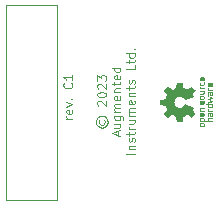
<source format=gbr>
%TF.GenerationSoftware,KiCad,Pcbnew,7.0.8*%
%TF.CreationDate,2023-11-07T16:54:38-08:00*%
%TF.ProjectId,trill-flex-slider,7472696c-6c2d-4666-9c65-782d736c6964,C1*%
%TF.SameCoordinates,Original*%
%TF.FileFunction,Legend,Top*%
%TF.FilePolarity,Positive*%
%FSLAX46Y46*%
G04 Gerber Fmt 4.6, Leading zero omitted, Abs format (unit mm)*
G04 Created by KiCad (PCBNEW 7.0.8) date 2023-11-07 16:54:38*
%MOMM*%
%LPD*%
G01*
G04 APERTURE LIST*
%ADD10C,0.070000*%
%ADD11C,0.120000*%
G04 APERTURE END LIST*
D10*
X76757724Y-106776143D02*
X76257724Y-106776143D01*
X76400581Y-106776143D02*
X76329152Y-106740429D01*
X76329152Y-106740429D02*
X76293438Y-106704715D01*
X76293438Y-106704715D02*
X76257724Y-106633286D01*
X76257724Y-106633286D02*
X76257724Y-106561857D01*
X76722010Y-106026143D02*
X76757724Y-106097571D01*
X76757724Y-106097571D02*
X76757724Y-106240429D01*
X76757724Y-106240429D02*
X76722010Y-106311857D01*
X76722010Y-106311857D02*
X76650581Y-106347571D01*
X76650581Y-106347571D02*
X76364867Y-106347571D01*
X76364867Y-106347571D02*
X76293438Y-106311857D01*
X76293438Y-106311857D02*
X76257724Y-106240429D01*
X76257724Y-106240429D02*
X76257724Y-106097571D01*
X76257724Y-106097571D02*
X76293438Y-106026143D01*
X76293438Y-106026143D02*
X76364867Y-105990429D01*
X76364867Y-105990429D02*
X76436295Y-105990429D01*
X76436295Y-105990429D02*
X76507724Y-106347571D01*
X76257724Y-105740429D02*
X76757724Y-105561857D01*
X76757724Y-105561857D02*
X76257724Y-105383286D01*
X76686295Y-105097571D02*
X76722010Y-105061857D01*
X76722010Y-105061857D02*
X76757724Y-105097571D01*
X76757724Y-105097571D02*
X76722010Y-105133285D01*
X76722010Y-105133285D02*
X76686295Y-105097571D01*
X76686295Y-105097571D02*
X76757724Y-105097571D01*
X76686295Y-103740428D02*
X76722010Y-103776142D01*
X76722010Y-103776142D02*
X76757724Y-103883285D01*
X76757724Y-103883285D02*
X76757724Y-103954713D01*
X76757724Y-103954713D02*
X76722010Y-104061856D01*
X76722010Y-104061856D02*
X76650581Y-104133285D01*
X76650581Y-104133285D02*
X76579152Y-104168999D01*
X76579152Y-104168999D02*
X76436295Y-104204713D01*
X76436295Y-104204713D02*
X76329152Y-104204713D01*
X76329152Y-104204713D02*
X76186295Y-104168999D01*
X76186295Y-104168999D02*
X76114867Y-104133285D01*
X76114867Y-104133285D02*
X76043438Y-104061856D01*
X76043438Y-104061856D02*
X76007724Y-103954713D01*
X76007724Y-103954713D02*
X76007724Y-103883285D01*
X76007724Y-103883285D02*
X76043438Y-103776142D01*
X76043438Y-103776142D02*
X76079152Y-103740428D01*
X76757724Y-103026142D02*
X76757724Y-103454713D01*
X76757724Y-103240428D02*
X76007724Y-103240428D01*
X76007724Y-103240428D02*
X76114867Y-103311856D01*
X76114867Y-103311856D02*
X76186295Y-103383285D01*
X76186295Y-103383285D02*
X76222010Y-103454713D01*
X79047545Y-106871428D02*
X79011831Y-106942857D01*
X79011831Y-106942857D02*
X79011831Y-107085714D01*
X79011831Y-107085714D02*
X79047545Y-107157143D01*
X79047545Y-107157143D02*
X79118974Y-107228571D01*
X79118974Y-107228571D02*
X79190402Y-107264285D01*
X79190402Y-107264285D02*
X79333260Y-107264285D01*
X79333260Y-107264285D02*
X79404688Y-107228571D01*
X79404688Y-107228571D02*
X79476117Y-107157143D01*
X79476117Y-107157143D02*
X79511831Y-107085714D01*
X79511831Y-107085714D02*
X79511831Y-106942857D01*
X79511831Y-106942857D02*
X79476117Y-106871428D01*
X78761831Y-107014285D02*
X78797545Y-107192857D01*
X78797545Y-107192857D02*
X78904688Y-107371428D01*
X78904688Y-107371428D02*
X79083260Y-107478571D01*
X79083260Y-107478571D02*
X79261831Y-107514285D01*
X79261831Y-107514285D02*
X79440402Y-107478571D01*
X79440402Y-107478571D02*
X79618974Y-107371428D01*
X79618974Y-107371428D02*
X79726117Y-107192857D01*
X79726117Y-107192857D02*
X79761831Y-107014285D01*
X79761831Y-107014285D02*
X79726117Y-106835714D01*
X79726117Y-106835714D02*
X79618974Y-106657143D01*
X79618974Y-106657143D02*
X79440402Y-106550000D01*
X79440402Y-106550000D02*
X79261831Y-106514285D01*
X79261831Y-106514285D02*
X79083260Y-106550000D01*
X79083260Y-106550000D02*
X78904688Y-106657143D01*
X78904688Y-106657143D02*
X78797545Y-106835714D01*
X78797545Y-106835714D02*
X78761831Y-107014285D01*
X78940402Y-105657142D02*
X78904688Y-105621428D01*
X78904688Y-105621428D02*
X78868974Y-105550000D01*
X78868974Y-105550000D02*
X78868974Y-105371428D01*
X78868974Y-105371428D02*
X78904688Y-105300000D01*
X78904688Y-105300000D02*
X78940402Y-105264285D01*
X78940402Y-105264285D02*
X79011831Y-105228571D01*
X79011831Y-105228571D02*
X79083260Y-105228571D01*
X79083260Y-105228571D02*
X79190402Y-105264285D01*
X79190402Y-105264285D02*
X79618974Y-105692857D01*
X79618974Y-105692857D02*
X79618974Y-105228571D01*
X78868974Y-104764285D02*
X78868974Y-104692856D01*
X78868974Y-104692856D02*
X78904688Y-104621428D01*
X78904688Y-104621428D02*
X78940402Y-104585714D01*
X78940402Y-104585714D02*
X79011831Y-104549999D01*
X79011831Y-104549999D02*
X79154688Y-104514285D01*
X79154688Y-104514285D02*
X79333260Y-104514285D01*
X79333260Y-104514285D02*
X79476117Y-104549999D01*
X79476117Y-104549999D02*
X79547545Y-104585714D01*
X79547545Y-104585714D02*
X79583260Y-104621428D01*
X79583260Y-104621428D02*
X79618974Y-104692856D01*
X79618974Y-104692856D02*
X79618974Y-104764285D01*
X79618974Y-104764285D02*
X79583260Y-104835714D01*
X79583260Y-104835714D02*
X79547545Y-104871428D01*
X79547545Y-104871428D02*
X79476117Y-104907142D01*
X79476117Y-104907142D02*
X79333260Y-104942856D01*
X79333260Y-104942856D02*
X79154688Y-104942856D01*
X79154688Y-104942856D02*
X79011831Y-104907142D01*
X79011831Y-104907142D02*
X78940402Y-104871428D01*
X78940402Y-104871428D02*
X78904688Y-104835714D01*
X78904688Y-104835714D02*
X78868974Y-104764285D01*
X78940402Y-104228570D02*
X78904688Y-104192856D01*
X78904688Y-104192856D02*
X78868974Y-104121428D01*
X78868974Y-104121428D02*
X78868974Y-103942856D01*
X78868974Y-103942856D02*
X78904688Y-103871428D01*
X78904688Y-103871428D02*
X78940402Y-103835713D01*
X78940402Y-103835713D02*
X79011831Y-103799999D01*
X79011831Y-103799999D02*
X79083260Y-103799999D01*
X79083260Y-103799999D02*
X79190402Y-103835713D01*
X79190402Y-103835713D02*
X79618974Y-104264285D01*
X79618974Y-104264285D02*
X79618974Y-103799999D01*
X78868974Y-103549999D02*
X78868974Y-103085713D01*
X78868974Y-103085713D02*
X79154688Y-103335713D01*
X79154688Y-103335713D02*
X79154688Y-103228570D01*
X79154688Y-103228570D02*
X79190402Y-103157142D01*
X79190402Y-103157142D02*
X79226117Y-103121427D01*
X79226117Y-103121427D02*
X79297545Y-103085713D01*
X79297545Y-103085713D02*
X79476117Y-103085713D01*
X79476117Y-103085713D02*
X79547545Y-103121427D01*
X79547545Y-103121427D02*
X79583260Y-103157142D01*
X79583260Y-103157142D02*
X79618974Y-103228570D01*
X79618974Y-103228570D02*
X79618974Y-103442856D01*
X79618974Y-103442856D02*
X79583260Y-103514284D01*
X79583260Y-103514284D02*
X79547545Y-103549999D01*
X80612188Y-108192855D02*
X80612188Y-107835713D01*
X80826474Y-108264284D02*
X80076474Y-108014284D01*
X80076474Y-108014284D02*
X80826474Y-107764284D01*
X80326474Y-107192856D02*
X80826474Y-107192856D01*
X80326474Y-107514284D02*
X80719331Y-107514284D01*
X80719331Y-107514284D02*
X80790760Y-107478570D01*
X80790760Y-107478570D02*
X80826474Y-107407141D01*
X80826474Y-107407141D02*
X80826474Y-107299998D01*
X80826474Y-107299998D02*
X80790760Y-107228570D01*
X80790760Y-107228570D02*
X80755045Y-107192856D01*
X80326474Y-106514285D02*
X80933617Y-106514285D01*
X80933617Y-106514285D02*
X81005045Y-106549999D01*
X81005045Y-106549999D02*
X81040760Y-106585713D01*
X81040760Y-106585713D02*
X81076474Y-106657142D01*
X81076474Y-106657142D02*
X81076474Y-106764285D01*
X81076474Y-106764285D02*
X81040760Y-106835713D01*
X80790760Y-106514285D02*
X80826474Y-106585713D01*
X80826474Y-106585713D02*
X80826474Y-106728570D01*
X80826474Y-106728570D02*
X80790760Y-106799999D01*
X80790760Y-106799999D02*
X80755045Y-106835713D01*
X80755045Y-106835713D02*
X80683617Y-106871427D01*
X80683617Y-106871427D02*
X80469331Y-106871427D01*
X80469331Y-106871427D02*
X80397902Y-106835713D01*
X80397902Y-106835713D02*
X80362188Y-106799999D01*
X80362188Y-106799999D02*
X80326474Y-106728570D01*
X80326474Y-106728570D02*
X80326474Y-106585713D01*
X80326474Y-106585713D02*
X80362188Y-106514285D01*
X80826474Y-106157142D02*
X80326474Y-106157142D01*
X80397902Y-106157142D02*
X80362188Y-106121428D01*
X80362188Y-106121428D02*
X80326474Y-106049999D01*
X80326474Y-106049999D02*
X80326474Y-105942856D01*
X80326474Y-105942856D02*
X80362188Y-105871428D01*
X80362188Y-105871428D02*
X80433617Y-105835714D01*
X80433617Y-105835714D02*
X80826474Y-105835714D01*
X80433617Y-105835714D02*
X80362188Y-105799999D01*
X80362188Y-105799999D02*
X80326474Y-105728571D01*
X80326474Y-105728571D02*
X80326474Y-105621428D01*
X80326474Y-105621428D02*
X80362188Y-105549999D01*
X80362188Y-105549999D02*
X80433617Y-105514285D01*
X80433617Y-105514285D02*
X80826474Y-105514285D01*
X80790760Y-104871428D02*
X80826474Y-104942856D01*
X80826474Y-104942856D02*
X80826474Y-105085714D01*
X80826474Y-105085714D02*
X80790760Y-105157142D01*
X80790760Y-105157142D02*
X80719331Y-105192856D01*
X80719331Y-105192856D02*
X80433617Y-105192856D01*
X80433617Y-105192856D02*
X80362188Y-105157142D01*
X80362188Y-105157142D02*
X80326474Y-105085714D01*
X80326474Y-105085714D02*
X80326474Y-104942856D01*
X80326474Y-104942856D02*
X80362188Y-104871428D01*
X80362188Y-104871428D02*
X80433617Y-104835714D01*
X80433617Y-104835714D02*
X80505045Y-104835714D01*
X80505045Y-104835714D02*
X80576474Y-105192856D01*
X80326474Y-104514285D02*
X80826474Y-104514285D01*
X80397902Y-104514285D02*
X80362188Y-104478571D01*
X80362188Y-104478571D02*
X80326474Y-104407142D01*
X80326474Y-104407142D02*
X80326474Y-104299999D01*
X80326474Y-104299999D02*
X80362188Y-104228571D01*
X80362188Y-104228571D02*
X80433617Y-104192857D01*
X80433617Y-104192857D02*
X80826474Y-104192857D01*
X80326474Y-103942857D02*
X80326474Y-103657143D01*
X80076474Y-103835714D02*
X80719331Y-103835714D01*
X80719331Y-103835714D02*
X80790760Y-103800000D01*
X80790760Y-103800000D02*
X80826474Y-103728571D01*
X80826474Y-103728571D02*
X80826474Y-103657143D01*
X80790760Y-103121429D02*
X80826474Y-103192857D01*
X80826474Y-103192857D02*
X80826474Y-103335715D01*
X80826474Y-103335715D02*
X80790760Y-103407143D01*
X80790760Y-103407143D02*
X80719331Y-103442857D01*
X80719331Y-103442857D02*
X80433617Y-103442857D01*
X80433617Y-103442857D02*
X80362188Y-103407143D01*
X80362188Y-103407143D02*
X80326474Y-103335715D01*
X80326474Y-103335715D02*
X80326474Y-103192857D01*
X80326474Y-103192857D02*
X80362188Y-103121429D01*
X80362188Y-103121429D02*
X80433617Y-103085715D01*
X80433617Y-103085715D02*
X80505045Y-103085715D01*
X80505045Y-103085715D02*
X80576474Y-103442857D01*
X80826474Y-102442858D02*
X80076474Y-102442858D01*
X80790760Y-102442858D02*
X80826474Y-102514286D01*
X80826474Y-102514286D02*
X80826474Y-102657143D01*
X80826474Y-102657143D02*
X80790760Y-102728572D01*
X80790760Y-102728572D02*
X80755045Y-102764286D01*
X80755045Y-102764286D02*
X80683617Y-102800000D01*
X80683617Y-102800000D02*
X80469331Y-102800000D01*
X80469331Y-102800000D02*
X80397902Y-102764286D01*
X80397902Y-102764286D02*
X80362188Y-102728572D01*
X80362188Y-102728572D02*
X80326474Y-102657143D01*
X80326474Y-102657143D02*
X80326474Y-102514286D01*
X80326474Y-102514286D02*
X80362188Y-102442858D01*
X82033974Y-109728570D02*
X81283974Y-109728570D01*
X81533974Y-109371427D02*
X82033974Y-109371427D01*
X81605402Y-109371427D02*
X81569688Y-109335713D01*
X81569688Y-109335713D02*
X81533974Y-109264284D01*
X81533974Y-109264284D02*
X81533974Y-109157141D01*
X81533974Y-109157141D02*
X81569688Y-109085713D01*
X81569688Y-109085713D02*
X81641117Y-109049999D01*
X81641117Y-109049999D02*
X82033974Y-109049999D01*
X81998260Y-108728570D02*
X82033974Y-108657142D01*
X82033974Y-108657142D02*
X82033974Y-108514285D01*
X82033974Y-108514285D02*
X81998260Y-108442856D01*
X81998260Y-108442856D02*
X81926831Y-108407142D01*
X81926831Y-108407142D02*
X81891117Y-108407142D01*
X81891117Y-108407142D02*
X81819688Y-108442856D01*
X81819688Y-108442856D02*
X81783974Y-108514285D01*
X81783974Y-108514285D02*
X81783974Y-108621428D01*
X81783974Y-108621428D02*
X81748260Y-108692856D01*
X81748260Y-108692856D02*
X81676831Y-108728570D01*
X81676831Y-108728570D02*
X81641117Y-108728570D01*
X81641117Y-108728570D02*
X81569688Y-108692856D01*
X81569688Y-108692856D02*
X81533974Y-108621428D01*
X81533974Y-108621428D02*
X81533974Y-108514285D01*
X81533974Y-108514285D02*
X81569688Y-108442856D01*
X81533974Y-108192856D02*
X81533974Y-107907142D01*
X81283974Y-108085713D02*
X81926831Y-108085713D01*
X81926831Y-108085713D02*
X81998260Y-108049999D01*
X81998260Y-108049999D02*
X82033974Y-107978570D01*
X82033974Y-107978570D02*
X82033974Y-107907142D01*
X82033974Y-107657142D02*
X81533974Y-107657142D01*
X81676831Y-107657142D02*
X81605402Y-107621428D01*
X81605402Y-107621428D02*
X81569688Y-107585714D01*
X81569688Y-107585714D02*
X81533974Y-107514285D01*
X81533974Y-107514285D02*
X81533974Y-107442856D01*
X81533974Y-106871428D02*
X82033974Y-106871428D01*
X81533974Y-107192856D02*
X81926831Y-107192856D01*
X81926831Y-107192856D02*
X81998260Y-107157142D01*
X81998260Y-107157142D02*
X82033974Y-107085713D01*
X82033974Y-107085713D02*
X82033974Y-106978570D01*
X82033974Y-106978570D02*
X81998260Y-106907142D01*
X81998260Y-106907142D02*
X81962545Y-106871428D01*
X82033974Y-106514285D02*
X81533974Y-106514285D01*
X81605402Y-106514285D02*
X81569688Y-106478571D01*
X81569688Y-106478571D02*
X81533974Y-106407142D01*
X81533974Y-106407142D02*
X81533974Y-106299999D01*
X81533974Y-106299999D02*
X81569688Y-106228571D01*
X81569688Y-106228571D02*
X81641117Y-106192857D01*
X81641117Y-106192857D02*
X82033974Y-106192857D01*
X81641117Y-106192857D02*
X81569688Y-106157142D01*
X81569688Y-106157142D02*
X81533974Y-106085714D01*
X81533974Y-106085714D02*
X81533974Y-105978571D01*
X81533974Y-105978571D02*
X81569688Y-105907142D01*
X81569688Y-105907142D02*
X81641117Y-105871428D01*
X81641117Y-105871428D02*
X82033974Y-105871428D01*
X81998260Y-105228571D02*
X82033974Y-105299999D01*
X82033974Y-105299999D02*
X82033974Y-105442857D01*
X82033974Y-105442857D02*
X81998260Y-105514285D01*
X81998260Y-105514285D02*
X81926831Y-105549999D01*
X81926831Y-105549999D02*
X81641117Y-105549999D01*
X81641117Y-105549999D02*
X81569688Y-105514285D01*
X81569688Y-105514285D02*
X81533974Y-105442857D01*
X81533974Y-105442857D02*
X81533974Y-105299999D01*
X81533974Y-105299999D02*
X81569688Y-105228571D01*
X81569688Y-105228571D02*
X81641117Y-105192857D01*
X81641117Y-105192857D02*
X81712545Y-105192857D01*
X81712545Y-105192857D02*
X81783974Y-105549999D01*
X81533974Y-104871428D02*
X82033974Y-104871428D01*
X81605402Y-104871428D02*
X81569688Y-104835714D01*
X81569688Y-104835714D02*
X81533974Y-104764285D01*
X81533974Y-104764285D02*
X81533974Y-104657142D01*
X81533974Y-104657142D02*
X81569688Y-104585714D01*
X81569688Y-104585714D02*
X81641117Y-104550000D01*
X81641117Y-104550000D02*
X82033974Y-104550000D01*
X81533974Y-104300000D02*
X81533974Y-104014286D01*
X81283974Y-104192857D02*
X81926831Y-104192857D01*
X81926831Y-104192857D02*
X81998260Y-104157143D01*
X81998260Y-104157143D02*
X82033974Y-104085714D01*
X82033974Y-104085714D02*
X82033974Y-104014286D01*
X81998260Y-103800000D02*
X82033974Y-103728572D01*
X82033974Y-103728572D02*
X82033974Y-103585715D01*
X82033974Y-103585715D02*
X81998260Y-103514286D01*
X81998260Y-103514286D02*
X81926831Y-103478572D01*
X81926831Y-103478572D02*
X81891117Y-103478572D01*
X81891117Y-103478572D02*
X81819688Y-103514286D01*
X81819688Y-103514286D02*
X81783974Y-103585715D01*
X81783974Y-103585715D02*
X81783974Y-103692858D01*
X81783974Y-103692858D02*
X81748260Y-103764286D01*
X81748260Y-103764286D02*
X81676831Y-103800000D01*
X81676831Y-103800000D02*
X81641117Y-103800000D01*
X81641117Y-103800000D02*
X81569688Y-103764286D01*
X81569688Y-103764286D02*
X81533974Y-103692858D01*
X81533974Y-103692858D02*
X81533974Y-103585715D01*
X81533974Y-103585715D02*
X81569688Y-103514286D01*
X82033974Y-102228571D02*
X82033974Y-102585714D01*
X82033974Y-102585714D02*
X81283974Y-102585714D01*
X81533974Y-102085714D02*
X81533974Y-101800000D01*
X81283974Y-101978571D02*
X81926831Y-101978571D01*
X81926831Y-101978571D02*
X81998260Y-101942857D01*
X81998260Y-101942857D02*
X82033974Y-101871428D01*
X82033974Y-101871428D02*
X82033974Y-101800000D01*
X82033974Y-101228572D02*
X81283974Y-101228572D01*
X81998260Y-101228572D02*
X82033974Y-101300000D01*
X82033974Y-101300000D02*
X82033974Y-101442857D01*
X82033974Y-101442857D02*
X81998260Y-101514286D01*
X81998260Y-101514286D02*
X81962545Y-101550000D01*
X81962545Y-101550000D02*
X81891117Y-101585714D01*
X81891117Y-101585714D02*
X81676831Y-101585714D01*
X81676831Y-101585714D02*
X81605402Y-101550000D01*
X81605402Y-101550000D02*
X81569688Y-101514286D01*
X81569688Y-101514286D02*
X81533974Y-101442857D01*
X81533974Y-101442857D02*
X81533974Y-101300000D01*
X81533974Y-101300000D02*
X81569688Y-101228572D01*
X81962545Y-100871429D02*
X81998260Y-100835715D01*
X81998260Y-100835715D02*
X82033974Y-100871429D01*
X82033974Y-100871429D02*
X81998260Y-100907143D01*
X81998260Y-100907143D02*
X81962545Y-100871429D01*
X81962545Y-100871429D02*
X82033974Y-100871429D01*
D11*
%TO.C,C1*%
X71136600Y-113682000D02*
X71136600Y-97182000D01*
X75496600Y-113682000D02*
X71136600Y-113682000D01*
X75496600Y-113682000D02*
X75496600Y-97182000D01*
X75496600Y-97182000D02*
X71136600Y-97182000D01*
%TO.C,G3*%
G36*
X88676905Y-105000532D02*
G01*
X88676905Y-105079282D01*
X88366446Y-105171985D01*
X88366446Y-105173714D01*
X88676905Y-105266417D01*
X88676905Y-105345143D01*
X88233516Y-105486790D01*
X88233516Y-105392358D01*
X88543974Y-105307508D01*
X88543974Y-105305780D01*
X88233516Y-105205224D01*
X88233516Y-105140500D01*
X88543974Y-105039919D01*
X88543974Y-105038141D01*
X88233516Y-104953341D01*
X88233516Y-104858860D01*
X88676905Y-105000532D01*
G37*
G36*
X88339332Y-105955253D02*
G01*
X88336485Y-105959121D01*
X88333860Y-105962865D01*
X88331451Y-105966507D01*
X88329252Y-105970067D01*
X88327259Y-105973565D01*
X88325467Y-105977022D01*
X88323869Y-105980459D01*
X88322462Y-105983896D01*
X88321240Y-105987353D01*
X88320198Y-105990852D01*
X88319330Y-105994412D01*
X88318631Y-105998054D01*
X88318097Y-106001799D01*
X88317722Y-106005666D01*
X88317500Y-106009678D01*
X88317428Y-106013853D01*
X88317758Y-106022033D01*
X88318758Y-106030131D01*
X88320441Y-106038086D01*
X88322818Y-106045835D01*
X88324271Y-106049614D01*
X88325902Y-106053319D01*
X88327714Y-106056941D01*
X88329707Y-106060474D01*
X88331883Y-106063910D01*
X88334244Y-106067240D01*
X88336791Y-106070458D01*
X88339526Y-106073555D01*
X88342451Y-106076524D01*
X88345566Y-106079358D01*
X88348875Y-106082048D01*
X88352377Y-106084586D01*
X88356076Y-106086966D01*
X88359971Y-106089179D01*
X88364066Y-106091218D01*
X88368361Y-106093075D01*
X88372858Y-106094742D01*
X88377559Y-106096212D01*
X88382466Y-106097477D01*
X88387579Y-106098529D01*
X88392900Y-106099361D01*
X88398432Y-106099965D01*
X88404175Y-106100332D01*
X88410131Y-106100457D01*
X88676905Y-106100457D01*
X88676905Y-106189653D01*
X88233516Y-106189653D01*
X88233516Y-106100457D01*
X88280732Y-106100457D01*
X88280732Y-106098703D01*
X88274380Y-106093315D01*
X88268438Y-106087646D01*
X88262904Y-106081706D01*
X88257781Y-106075501D01*
X88253066Y-106069040D01*
X88248762Y-106062330D01*
X88244867Y-106055378D01*
X88241381Y-106048194D01*
X88238306Y-106040784D01*
X88235640Y-106033157D01*
X88233384Y-106025320D01*
X88231538Y-106017280D01*
X88230102Y-106009046D01*
X88229077Y-106000626D01*
X88228461Y-105992027D01*
X88228256Y-105983257D01*
X88228408Y-105976601D01*
X88228861Y-105970084D01*
X88229605Y-105963701D01*
X88230633Y-105957448D01*
X88231938Y-105951318D01*
X88233512Y-105945307D01*
X88235347Y-105939408D01*
X88237436Y-105933618D01*
X88239771Y-105927931D01*
X88242344Y-105922341D01*
X88245148Y-105916843D01*
X88248175Y-105911432D01*
X88251417Y-105906103D01*
X88254867Y-105900851D01*
X88258517Y-105895669D01*
X88262359Y-105890554D01*
X88339332Y-105955253D01*
G37*
G36*
X88339332Y-104162748D02*
G01*
X88336485Y-104166611D01*
X88333860Y-104170352D01*
X88331451Y-104173990D01*
X88329252Y-104177547D01*
X88327259Y-104181044D01*
X88325467Y-104184499D01*
X88323869Y-104187935D01*
X88322462Y-104191372D01*
X88321240Y-104194830D01*
X88320198Y-104198329D01*
X88319330Y-104201890D01*
X88318631Y-104205535D01*
X88318097Y-104209282D01*
X88317722Y-104213153D01*
X88317500Y-104217168D01*
X88317428Y-104221348D01*
X88317758Y-104229527D01*
X88318758Y-104237624D01*
X88320441Y-104245578D01*
X88322818Y-104253326D01*
X88324271Y-104257104D01*
X88325902Y-104260808D01*
X88327714Y-104264429D01*
X88329707Y-104267961D01*
X88331883Y-104271395D01*
X88334244Y-104274725D01*
X88336791Y-104277941D01*
X88339526Y-104281037D01*
X88342451Y-104284005D01*
X88345566Y-104286838D01*
X88348875Y-104289526D01*
X88352377Y-104292064D01*
X88356076Y-104294443D01*
X88359971Y-104296655D01*
X88364066Y-104298693D01*
X88368361Y-104300549D01*
X88372858Y-104302215D01*
X88377559Y-104303684D01*
X88382466Y-104304949D01*
X88387579Y-104306000D01*
X88392900Y-104306831D01*
X88398432Y-104307435D01*
X88404175Y-104307802D01*
X88410131Y-104307927D01*
X88676905Y-104307927D01*
X88676905Y-104397098D01*
X88233516Y-104397098D01*
X88233516Y-104307927D01*
X88280732Y-104307927D01*
X88280732Y-104306124D01*
X88274380Y-104300740D01*
X88268438Y-104295076D01*
X88262904Y-104289140D01*
X88257781Y-104282940D01*
X88253066Y-104276483D01*
X88248762Y-104269776D01*
X88244867Y-104262829D01*
X88241381Y-104255648D01*
X88238306Y-104248242D01*
X88235640Y-104240618D01*
X88233384Y-104232783D01*
X88231538Y-104224746D01*
X88230102Y-104216514D01*
X88229077Y-104208095D01*
X88228461Y-104199497D01*
X88228256Y-104190727D01*
X88228408Y-104184074D01*
X88228861Y-104177560D01*
X88229605Y-104171178D01*
X88230633Y-104164925D01*
X88231938Y-104158794D01*
X88233512Y-104152781D01*
X88235347Y-104146881D01*
X88237436Y-104141088D01*
X88239771Y-104135398D01*
X88242344Y-104129806D01*
X88245148Y-104124307D01*
X88248175Y-104118895D01*
X88251417Y-104113566D01*
X88254867Y-104108314D01*
X88258517Y-104103135D01*
X88262359Y-104098024D01*
X88339332Y-104162748D01*
G37*
G36*
X87638965Y-104052201D02*
G01*
X87636127Y-104056064D01*
X87633510Y-104059804D01*
X87631107Y-104063443D01*
X87628914Y-104067000D01*
X87626926Y-104070496D01*
X87625138Y-104073952D01*
X87623544Y-104077388D01*
X87622139Y-104080825D01*
X87620919Y-104084282D01*
X87619878Y-104087782D01*
X87619011Y-104091343D01*
X87618313Y-104094987D01*
X87617780Y-104098735D01*
X87617405Y-104102606D01*
X87617183Y-104106621D01*
X87617111Y-104110801D01*
X87617441Y-104118980D01*
X87618439Y-104127077D01*
X87620119Y-104135031D01*
X87622494Y-104142779D01*
X87623945Y-104146557D01*
X87625575Y-104150260D01*
X87627385Y-104153882D01*
X87629377Y-104157414D01*
X87631551Y-104160848D01*
X87633911Y-104164177D01*
X87636457Y-104167394D01*
X87639191Y-104170490D01*
X87642114Y-104173458D01*
X87645229Y-104176290D01*
X87648537Y-104178979D01*
X87652039Y-104181517D01*
X87655737Y-104183895D01*
X87659632Y-104186108D01*
X87663727Y-104188145D01*
X87668023Y-104190002D01*
X87672522Y-104191668D01*
X87677224Y-104193137D01*
X87682132Y-104194401D01*
X87687247Y-104195453D01*
X87692572Y-104196284D01*
X87698106Y-104196887D01*
X87703853Y-104197255D01*
X87709814Y-104197379D01*
X87976538Y-104197379D01*
X87976538Y-104286600D01*
X87533149Y-104286600D01*
X87533149Y-104197379D01*
X87580365Y-104197379D01*
X87580365Y-104195626D01*
X87574013Y-104190242D01*
X87568071Y-104184576D01*
X87562538Y-104178638D01*
X87557414Y-104172434D01*
X87552700Y-104165973D01*
X87548395Y-104159263D01*
X87544500Y-104152311D01*
X87541015Y-104145126D01*
X87537939Y-104137715D01*
X87535273Y-104130086D01*
X87533018Y-104122247D01*
X87531172Y-104114206D01*
X87529736Y-104105971D01*
X87528710Y-104097550D01*
X87528095Y-104088950D01*
X87527890Y-104080179D01*
X87528042Y-104073519D01*
X87528494Y-104067000D01*
X87529238Y-104060617D01*
X87530267Y-104054363D01*
X87531572Y-104048234D01*
X87533146Y-104042225D01*
X87534981Y-104036329D01*
X87537070Y-104030541D01*
X87539405Y-104024855D01*
X87541978Y-104019267D01*
X87544782Y-104013771D01*
X87547809Y-104008361D01*
X87551051Y-104003033D01*
X87554501Y-103997779D01*
X87558151Y-103992596D01*
X87561993Y-103987477D01*
X87638965Y-104052201D01*
G37*
G36*
X87976538Y-105940116D02*
G01*
X87712480Y-105940116D01*
X87706892Y-105940225D01*
X87701455Y-105940550D01*
X87696171Y-105941087D01*
X87691040Y-105941829D01*
X87686066Y-105942774D01*
X87681250Y-105943915D01*
X87676592Y-105945249D01*
X87672097Y-105946771D01*
X87667764Y-105948476D01*
X87663596Y-105950360D01*
X87659594Y-105952418D01*
X87655761Y-105954645D01*
X87652098Y-105957037D01*
X87648606Y-105959588D01*
X87645288Y-105962295D01*
X87642145Y-105965153D01*
X87639179Y-105968157D01*
X87636391Y-105971302D01*
X87633785Y-105974584D01*
X87631360Y-105977998D01*
X87629119Y-105981539D01*
X87627064Y-105985204D01*
X87625197Y-105988986D01*
X87623518Y-105992883D01*
X87622031Y-105996888D01*
X87620736Y-106000997D01*
X87619635Y-106005206D01*
X87618731Y-106009510D01*
X87618025Y-106013905D01*
X87617518Y-106018385D01*
X87617213Y-106022946D01*
X87617111Y-106027583D01*
X87617213Y-106032300D01*
X87617518Y-106036934D01*
X87618025Y-106041483D01*
X87618731Y-106045942D01*
X87619635Y-106050306D01*
X87620736Y-106054570D01*
X87622031Y-106058731D01*
X87623518Y-106062784D01*
X87625197Y-106066724D01*
X87627064Y-106070546D01*
X87629119Y-106074247D01*
X87631360Y-106077822D01*
X87633785Y-106081267D01*
X87636391Y-106084576D01*
X87639179Y-106087745D01*
X87642145Y-106090770D01*
X87645288Y-106093647D01*
X87648606Y-106096371D01*
X87652098Y-106098937D01*
X87655761Y-106101341D01*
X87659594Y-106103578D01*
X87663596Y-106105645D01*
X87667764Y-106107535D01*
X87672097Y-106109246D01*
X87676593Y-106110773D01*
X87681250Y-106112110D01*
X87686066Y-106113254D01*
X87691041Y-106114200D01*
X87696171Y-106114944D01*
X87701456Y-106115481D01*
X87706893Y-106115806D01*
X87712481Y-106115915D01*
X87976538Y-106115915D01*
X87976538Y-106205112D01*
X87533149Y-106205112D01*
X87533149Y-106115915D01*
X87580365Y-106115915D01*
X87580365Y-106114137D01*
X87574013Y-106108753D01*
X87568071Y-106103089D01*
X87562538Y-106097151D01*
X87557414Y-106090949D01*
X87552700Y-106084490D01*
X87548395Y-106077782D01*
X87544500Y-106070833D01*
X87541015Y-106063650D01*
X87537939Y-106056241D01*
X87535273Y-106048614D01*
X87533018Y-106040777D01*
X87531172Y-106032738D01*
X87529736Y-106024505D01*
X87528710Y-106016085D01*
X87528095Y-106007486D01*
X87527890Y-105998716D01*
X87528046Y-105992213D01*
X87528513Y-105985669D01*
X87530378Y-105972527D01*
X87533475Y-105959419D01*
X87537796Y-105946473D01*
X87540412Y-105940102D01*
X87543331Y-105933820D01*
X87546552Y-105927643D01*
X87550072Y-105921588D01*
X87553892Y-105915671D01*
X87558010Y-105909907D01*
X87562425Y-105904314D01*
X87567135Y-105898907D01*
X87572141Y-105893702D01*
X87577440Y-105888716D01*
X87583031Y-105883965D01*
X87588914Y-105879465D01*
X87595088Y-105875231D01*
X87601550Y-105871281D01*
X87608301Y-105867631D01*
X87615338Y-105864296D01*
X87622661Y-105861293D01*
X87630270Y-105858638D01*
X87638161Y-105856347D01*
X87646335Y-105854436D01*
X87654791Y-105852922D01*
X87663527Y-105851820D01*
X87672542Y-105851147D01*
X87681835Y-105850919D01*
X87976538Y-105850919D01*
X87976538Y-105940116D01*
G37*
G36*
X87976573Y-104473604D02*
G01*
X87929307Y-104473604D01*
X87929307Y-104475333D01*
X87935659Y-104480721D01*
X87941602Y-104486389D01*
X87947135Y-104492327D01*
X87952259Y-104498525D01*
X87956973Y-104504974D01*
X87961278Y-104511666D01*
X87965173Y-104518591D01*
X87968658Y-104525740D01*
X87971734Y-104533104D01*
X87974399Y-104540673D01*
X87976655Y-104548439D01*
X87978501Y-104556392D01*
X87979937Y-104564522D01*
X87980963Y-104572822D01*
X87981578Y-104581281D01*
X87981783Y-104589890D01*
X87981627Y-104596472D01*
X87981160Y-104603089D01*
X87979295Y-104616365D01*
X87976198Y-104629590D01*
X87974190Y-104636144D01*
X87971878Y-104642637D01*
X87969262Y-104649052D01*
X87966343Y-104655376D01*
X87963123Y-104661590D01*
X87959603Y-104667679D01*
X87955784Y-104673628D01*
X87951667Y-104679419D01*
X87947253Y-104685038D01*
X87942544Y-104690468D01*
X87937540Y-104695693D01*
X87932242Y-104700696D01*
X87926652Y-104705463D01*
X87920771Y-104709977D01*
X87914599Y-104714222D01*
X87908139Y-104718182D01*
X87901391Y-104721840D01*
X87894356Y-104725182D01*
X87887035Y-104728190D01*
X87879430Y-104730849D01*
X87871542Y-104733143D01*
X87863371Y-104735056D01*
X87854919Y-104736572D01*
X87846187Y-104737674D01*
X87837176Y-104738348D01*
X87827888Y-104738576D01*
X87533135Y-104738576D01*
X87533135Y-104649404D01*
X87797266Y-104649404D01*
X87802848Y-104649294D01*
X87808279Y-104648969D01*
X87813558Y-104648432D01*
X87818684Y-104647688D01*
X87823654Y-104646741D01*
X87828468Y-104645597D01*
X87833122Y-104644258D01*
X87837615Y-104642731D01*
X87841946Y-104641020D01*
X87846113Y-104639128D01*
X87850113Y-104637061D01*
X87853946Y-104634823D01*
X87857609Y-104632418D01*
X87861100Y-104629851D01*
X87864419Y-104627127D01*
X87867562Y-104624250D01*
X87870529Y-104621224D01*
X87873317Y-104618054D01*
X87875925Y-104614744D01*
X87878351Y-104611300D01*
X87880593Y-104607725D01*
X87882649Y-104604024D01*
X87884518Y-104600201D01*
X87886198Y-104596262D01*
X87887686Y-104592210D01*
X87888982Y-104588050D01*
X87890084Y-104583786D01*
X87890989Y-104579423D01*
X87891696Y-104574966D01*
X87892204Y-104570419D01*
X87892509Y-104565786D01*
X87892612Y-104561072D01*
X87892509Y-104556434D01*
X87892204Y-104551873D01*
X87891696Y-104547393D01*
X87890989Y-104542999D01*
X87890084Y-104538695D01*
X87888982Y-104534486D01*
X87887686Y-104530376D01*
X87886198Y-104526371D01*
X87884518Y-104522475D01*
X87882649Y-104518692D01*
X87880593Y-104515028D01*
X87878351Y-104511486D01*
X87875925Y-104508072D01*
X87873317Y-104504790D01*
X87870529Y-104501645D01*
X87867562Y-104498641D01*
X87864419Y-104495784D01*
X87861100Y-104493077D01*
X87857609Y-104490525D01*
X87853946Y-104488133D01*
X87850113Y-104485906D01*
X87846113Y-104483849D01*
X87841946Y-104481965D01*
X87837615Y-104480260D01*
X87833122Y-104478738D01*
X87828468Y-104477404D01*
X87823654Y-104476262D01*
X87818684Y-104475318D01*
X87813558Y-104474575D01*
X87808279Y-104474039D01*
X87802848Y-104473713D01*
X87797266Y-104473604D01*
X87533135Y-104473604D01*
X87533135Y-104384408D01*
X87976573Y-104384408D01*
X87976573Y-104473604D01*
G37*
G36*
X87913074Y-103645179D02*
G01*
X87920968Y-103652908D01*
X87928516Y-103660986D01*
X87935689Y-103669411D01*
X87942457Y-103678180D01*
X87948792Y-103687293D01*
X87954663Y-103696747D01*
X87960042Y-103706542D01*
X87964898Y-103716675D01*
X87969202Y-103727145D01*
X87972925Y-103737951D01*
X87976037Y-103749090D01*
X87978509Y-103760562D01*
X87980311Y-103772364D01*
X87981414Y-103784495D01*
X87981788Y-103796954D01*
X87981022Y-103816073D01*
X87978693Y-103834971D01*
X87974753Y-103853507D01*
X87969154Y-103871543D01*
X87965717Y-103880330D01*
X87961848Y-103888939D01*
X87957540Y-103897353D01*
X87952788Y-103905555D01*
X87947586Y-103913527D01*
X87941927Y-103921251D01*
X87935806Y-103928711D01*
X87929217Y-103935888D01*
X87922153Y-103942766D01*
X87914609Y-103949326D01*
X87906579Y-103955552D01*
X87898057Y-103961426D01*
X87889037Y-103966930D01*
X87879513Y-103972047D01*
X87869479Y-103976759D01*
X87858929Y-103981050D01*
X87847857Y-103984901D01*
X87836257Y-103988296D01*
X87824124Y-103991216D01*
X87811451Y-103993644D01*
X87798232Y-103995563D01*
X87784461Y-103996956D01*
X87770133Y-103997804D01*
X87755241Y-103998090D01*
X87740282Y-103997804D01*
X87725890Y-103996956D01*
X87712060Y-103995563D01*
X87698784Y-103993644D01*
X87686058Y-103991216D01*
X87673875Y-103988296D01*
X87662229Y-103984901D01*
X87651114Y-103981050D01*
X87640524Y-103976759D01*
X87630452Y-103972047D01*
X87620894Y-103966930D01*
X87611842Y-103961426D01*
X87603291Y-103955552D01*
X87595234Y-103949326D01*
X87587666Y-103942766D01*
X87580581Y-103935888D01*
X87573972Y-103928711D01*
X87567833Y-103921251D01*
X87562158Y-103913527D01*
X87556942Y-103905555D01*
X87552178Y-103897353D01*
X87547860Y-103888939D01*
X87543982Y-103880330D01*
X87540538Y-103871543D01*
X87537521Y-103862597D01*
X87534927Y-103853507D01*
X87532749Y-103844293D01*
X87530980Y-103834971D01*
X87529614Y-103825558D01*
X87528647Y-103816073D01*
X87527880Y-103796954D01*
X87527974Y-103790684D01*
X87528254Y-103784495D01*
X87528717Y-103778389D01*
X87529358Y-103772364D01*
X87531162Y-103760562D01*
X87533636Y-103749090D01*
X87536750Y-103737951D01*
X87540476Y-103727145D01*
X87544784Y-103716675D01*
X87549645Y-103706542D01*
X87555028Y-103696747D01*
X87560905Y-103687293D01*
X87567246Y-103678180D01*
X87574021Y-103669411D01*
X87581201Y-103660986D01*
X87588757Y-103652908D01*
X87596659Y-103645179D01*
X87604877Y-103637799D01*
X87663477Y-103703387D01*
X87658488Y-103707596D01*
X87653700Y-103712025D01*
X87649131Y-103716667D01*
X87644795Y-103721515D01*
X87640711Y-103726562D01*
X87636895Y-103731803D01*
X87633364Y-103737231D01*
X87630133Y-103742839D01*
X87627220Y-103748622D01*
X87624642Y-103754571D01*
X87622415Y-103760682D01*
X87620555Y-103766947D01*
X87619079Y-103773360D01*
X87618005Y-103779915D01*
X87617348Y-103786604D01*
X87617125Y-103793423D01*
X87617611Y-103806684D01*
X87619081Y-103819229D01*
X87620192Y-103825227D01*
X87621557Y-103831039D01*
X87623180Y-103836662D01*
X87625062Y-103842094D01*
X87627207Y-103847333D01*
X87629617Y-103852375D01*
X87632295Y-103857220D01*
X87635244Y-103861864D01*
X87638466Y-103866304D01*
X87641964Y-103870540D01*
X87645741Y-103874567D01*
X87649799Y-103878384D01*
X87654142Y-103881988D01*
X87658772Y-103885378D01*
X87663691Y-103888549D01*
X87668903Y-103891501D01*
X87674410Y-103894231D01*
X87680215Y-103896735D01*
X87686320Y-103899013D01*
X87692729Y-103901061D01*
X87699443Y-103902877D01*
X87706466Y-103904459D01*
X87713801Y-103905804D01*
X87721450Y-103906910D01*
X87737701Y-103908395D01*
X87755241Y-103908894D01*
X87764102Y-103908769D01*
X87772643Y-103908395D01*
X87780866Y-103907774D01*
X87788774Y-103906910D01*
X87796369Y-103905804D01*
X87803654Y-103904459D01*
X87810632Y-103902877D01*
X87817305Y-103901061D01*
X87823675Y-103899013D01*
X87829746Y-103896735D01*
X87835519Y-103894231D01*
X87840998Y-103891501D01*
X87846185Y-103888549D01*
X87851082Y-103885378D01*
X87855691Y-103881988D01*
X87860017Y-103878384D01*
X87864060Y-103874567D01*
X87867824Y-103870540D01*
X87871312Y-103866304D01*
X87874524Y-103861864D01*
X87877466Y-103857220D01*
X87880138Y-103852375D01*
X87882543Y-103847333D01*
X87884685Y-103842094D01*
X87886565Y-103836662D01*
X87888186Y-103831039D01*
X87889550Y-103825227D01*
X87890661Y-103819229D01*
X87891520Y-103813047D01*
X87892131Y-103806684D01*
X87892496Y-103800142D01*
X87892617Y-103793423D01*
X87892561Y-103789998D01*
X87892394Y-103786604D01*
X87892119Y-103783243D01*
X87891737Y-103779915D01*
X87890663Y-103773360D01*
X87889187Y-103766947D01*
X87887327Y-103760682D01*
X87885100Y-103754571D01*
X87882522Y-103748622D01*
X87879609Y-103742839D01*
X87876378Y-103737231D01*
X87872847Y-103731803D01*
X87869030Y-103726562D01*
X87864946Y-103721515D01*
X87860611Y-103716667D01*
X87856042Y-103712025D01*
X87851254Y-103707596D01*
X87846265Y-103703387D01*
X87904865Y-103637799D01*
X87913074Y-103645179D01*
G37*
G36*
X88676914Y-105623743D02*
G01*
X88630563Y-105623743D01*
X88636180Y-105629141D01*
X88641558Y-105634834D01*
X88646678Y-105640809D01*
X88651524Y-105647053D01*
X88656080Y-105653554D01*
X88660328Y-105660299D01*
X88664251Y-105667275D01*
X88667833Y-105674468D01*
X88671056Y-105681867D01*
X88673905Y-105689458D01*
X88676361Y-105697229D01*
X88678409Y-105705166D01*
X88680031Y-105713257D01*
X88681210Y-105721489D01*
X88681930Y-105729850D01*
X88682174Y-105738325D01*
X88682103Y-105743366D01*
X88681891Y-105748319D01*
X88681541Y-105753185D01*
X88681056Y-105757965D01*
X88680438Y-105762658D01*
X88679692Y-105767264D01*
X88678820Y-105771785D01*
X88677824Y-105776219D01*
X88676707Y-105780568D01*
X88675473Y-105784830D01*
X88674124Y-105789007D01*
X88672664Y-105793099D01*
X88671094Y-105797105D01*
X88669419Y-105801027D01*
X88665762Y-105808615D01*
X88661715Y-105815865D01*
X88657303Y-105822777D01*
X88652547Y-105829355D01*
X88647472Y-105835598D01*
X88642101Y-105841508D01*
X88636456Y-105847086D01*
X88630561Y-105852334D01*
X88624439Y-105857254D01*
X88618542Y-105861644D01*
X88612585Y-105865640D01*
X88606448Y-105869256D01*
X88600008Y-105872508D01*
X88593143Y-105875411D01*
X88585733Y-105877981D01*
X88577655Y-105880233D01*
X88568787Y-105882183D01*
X88559007Y-105883845D01*
X88548195Y-105885236D01*
X88536228Y-105886371D01*
X88522985Y-105887264D01*
X88492182Y-105888391D01*
X88454812Y-105888739D01*
X88435376Y-105888655D01*
X88417688Y-105888391D01*
X88401625Y-105887933D01*
X88387069Y-105887264D01*
X88373899Y-105886371D01*
X88361994Y-105885236D01*
X88351233Y-105883845D01*
X88341496Y-105882183D01*
X88332662Y-105880233D01*
X88328547Y-105879146D01*
X88324612Y-105877981D01*
X88320843Y-105876737D01*
X88317224Y-105875411D01*
X88313741Y-105874002D01*
X88310378Y-105872508D01*
X88303953Y-105869256D01*
X88297829Y-105865640D01*
X88291885Y-105861644D01*
X88286001Y-105857254D01*
X88279867Y-105852334D01*
X88273963Y-105847086D01*
X88268312Y-105841508D01*
X88262937Y-105835598D01*
X88257860Y-105829355D01*
X88253105Y-105822777D01*
X88248694Y-105815865D01*
X88244651Y-105808615D01*
X88240997Y-105801027D01*
X88237757Y-105793099D01*
X88234952Y-105784830D01*
X88232606Y-105776219D01*
X88230741Y-105767264D01*
X88229381Y-105757965D01*
X88228548Y-105748319D01*
X88228266Y-105738325D01*
X88228509Y-105729907D01*
X88229228Y-105721705D01*
X88230408Y-105713708D01*
X88230928Y-105711211D01*
X88317437Y-105711211D01*
X88317638Y-105718851D01*
X88318230Y-105726039D01*
X88319202Y-105732788D01*
X88320541Y-105739112D01*
X88322233Y-105745025D01*
X88324266Y-105750540D01*
X88326627Y-105755672D01*
X88329304Y-105760434D01*
X88332283Y-105764839D01*
X88335551Y-105768902D01*
X88339097Y-105772637D01*
X88342907Y-105776056D01*
X88346967Y-105779175D01*
X88351267Y-105782006D01*
X88355791Y-105784564D01*
X88360529Y-105786862D01*
X88365467Y-105788914D01*
X88370591Y-105790734D01*
X88381351Y-105793732D01*
X88392705Y-105795967D01*
X88404552Y-105797548D01*
X88416789Y-105798586D01*
X88429313Y-105799191D01*
X88454812Y-105799543D01*
X88467742Y-105799473D01*
X88480571Y-105799191D01*
X88493198Y-105798586D01*
X88505522Y-105797548D01*
X88517441Y-105795967D01*
X88523218Y-105794938D01*
X88528856Y-105793732D01*
X88534342Y-105792335D01*
X88539663Y-105790734D01*
X88544808Y-105788914D01*
X88549763Y-105786862D01*
X88554515Y-105784564D01*
X88559053Y-105782006D01*
X88563363Y-105779175D01*
X88567433Y-105776056D01*
X88571250Y-105772637D01*
X88574802Y-105768902D01*
X88578075Y-105764839D01*
X88581057Y-105760434D01*
X88583736Y-105755672D01*
X88586099Y-105750540D01*
X88588133Y-105745025D01*
X88589826Y-105739112D01*
X88591164Y-105732788D01*
X88592136Y-105726039D01*
X88592728Y-105718851D01*
X88592929Y-105711211D01*
X88592716Y-105703649D01*
X88592089Y-105696534D01*
X88591061Y-105689854D01*
X88589649Y-105683594D01*
X88587866Y-105677741D01*
X88585729Y-105672282D01*
X88583252Y-105667202D01*
X88580450Y-105662487D01*
X88577338Y-105658126D01*
X88573931Y-105654103D01*
X88570245Y-105650405D01*
X88566294Y-105647018D01*
X88562093Y-105643930D01*
X88557657Y-105641126D01*
X88553002Y-105638592D01*
X88548142Y-105636316D01*
X88543093Y-105634283D01*
X88537868Y-105632479D01*
X88526957Y-105629508D01*
X88515527Y-105627293D01*
X88503699Y-105625724D01*
X88491593Y-105624694D01*
X88479330Y-105624093D01*
X88454812Y-105623743D01*
X88442746Y-105623812D01*
X88430575Y-105624093D01*
X88418421Y-105624694D01*
X88406407Y-105625724D01*
X88394653Y-105627293D01*
X88388913Y-105628313D01*
X88383283Y-105629508D01*
X88377779Y-105630892D01*
X88372417Y-105632479D01*
X88367211Y-105634283D01*
X88362177Y-105636316D01*
X88357331Y-105638592D01*
X88352686Y-105641126D01*
X88348260Y-105643930D01*
X88344066Y-105647018D01*
X88340120Y-105650405D01*
X88336437Y-105654103D01*
X88333033Y-105658126D01*
X88329922Y-105662487D01*
X88327120Y-105667202D01*
X88324643Y-105672282D01*
X88322504Y-105677741D01*
X88320721Y-105683594D01*
X88319307Y-105689854D01*
X88318279Y-105696534D01*
X88317650Y-105703649D01*
X88317437Y-105711211D01*
X88230928Y-105711211D01*
X88232034Y-105705906D01*
X88234090Y-105698288D01*
X88236561Y-105690845D01*
X88239432Y-105683566D01*
X88242687Y-105676441D01*
X88246312Y-105669459D01*
X88250291Y-105662611D01*
X88254608Y-105655885D01*
X88259249Y-105649272D01*
X88264198Y-105642762D01*
X88269440Y-105636344D01*
X88274959Y-105630008D01*
X88280741Y-105623743D01*
X88054195Y-105623743D01*
X88054195Y-105534547D01*
X88676914Y-105534547D01*
X88676914Y-105623743D01*
G37*
G36*
X87788541Y-106557610D02*
G01*
X87795240Y-106557480D01*
X87801729Y-106557094D01*
X87808008Y-106556457D01*
X87814076Y-106555574D01*
X87819934Y-106554450D01*
X87825581Y-106553091D01*
X87831017Y-106551500D01*
X87836241Y-106549685D01*
X87841255Y-106547649D01*
X87846057Y-106545397D01*
X87850647Y-106542936D01*
X87855026Y-106540269D01*
X87859193Y-106537403D01*
X87863147Y-106534342D01*
X87866889Y-106531091D01*
X87870419Y-106527656D01*
X87873736Y-106524041D01*
X87876841Y-106520252D01*
X87879732Y-106516294D01*
X87882410Y-106512171D01*
X87884875Y-106507890D01*
X87887127Y-106503455D01*
X87889164Y-106498871D01*
X87890989Y-106494144D01*
X87892599Y-106489278D01*
X87893995Y-106484279D01*
X87895176Y-106479151D01*
X87896143Y-106473901D01*
X87896896Y-106468532D01*
X87897434Y-106463051D01*
X87897756Y-106457461D01*
X87897864Y-106451770D01*
X87897680Y-106445348D01*
X87897134Y-106438884D01*
X87896231Y-106432397D01*
X87894979Y-106425906D01*
X87893382Y-106419431D01*
X87891449Y-106412991D01*
X87889185Y-106406604D01*
X87886597Y-106400291D01*
X87883691Y-106394070D01*
X87880474Y-106387960D01*
X87876952Y-106381981D01*
X87873132Y-106376153D01*
X87869019Y-106370493D01*
X87864621Y-106365021D01*
X87859944Y-106359758D01*
X87854994Y-106354720D01*
X87910063Y-106289996D01*
X87919232Y-106298347D01*
X87927715Y-106306990D01*
X87935528Y-106315908D01*
X87942681Y-106325088D01*
X87949188Y-106334513D01*
X87955062Y-106344169D01*
X87960316Y-106354040D01*
X87964962Y-106364111D01*
X87969013Y-106374366D01*
X87972483Y-106384791D01*
X87975383Y-106395370D01*
X87977728Y-106406087D01*
X87979529Y-106416928D01*
X87980799Y-106427878D01*
X87981552Y-106438921D01*
X87981800Y-106450041D01*
X87981264Y-106467239D01*
X87979565Y-106484608D01*
X87976563Y-106501973D01*
X87972121Y-106519155D01*
X87966101Y-106535979D01*
X87962456Y-106544201D01*
X87958364Y-106552267D01*
X87953808Y-106560155D01*
X87948772Y-106567843D01*
X87943237Y-106575309D01*
X87937187Y-106582530D01*
X87930604Y-106589485D01*
X87923470Y-106596151D01*
X87915770Y-106602507D01*
X87907484Y-106608529D01*
X87898597Y-106614197D01*
X87889090Y-106619489D01*
X87878948Y-106624381D01*
X87868151Y-106628852D01*
X87856683Y-106632879D01*
X87844527Y-106636442D01*
X87831665Y-106639516D01*
X87818080Y-106642082D01*
X87803756Y-106644116D01*
X87788673Y-106645596D01*
X87772816Y-106646500D01*
X87756167Y-106646806D01*
X87740354Y-106646525D01*
X87725211Y-106645695D01*
X87715076Y-106644745D01*
X87710727Y-106644337D01*
X87696892Y-106642469D01*
X87683694Y-106640112D01*
X87671122Y-106637285D01*
X87659165Y-106634009D01*
X87647813Y-106630303D01*
X87637054Y-106626187D01*
X87626877Y-106621681D01*
X87617271Y-106616805D01*
X87608225Y-106611578D01*
X87599728Y-106606021D01*
X87591769Y-106600153D01*
X87584336Y-106593994D01*
X87577420Y-106587564D01*
X87571008Y-106580883D01*
X87565090Y-106573971D01*
X87559655Y-106566847D01*
X87554691Y-106559532D01*
X87550188Y-106552044D01*
X87546134Y-106544405D01*
X87542519Y-106536634D01*
X87539331Y-106528750D01*
X87536560Y-106520774D01*
X87534194Y-106512725D01*
X87532222Y-106504623D01*
X87530634Y-106496489D01*
X87528563Y-106480200D01*
X87527892Y-106464018D01*
X87611853Y-106464018D01*
X87611958Y-106468898D01*
X87612272Y-106473698D01*
X87612794Y-106478411D01*
X87613524Y-106483034D01*
X87614461Y-106487562D01*
X87615604Y-106491991D01*
X87616952Y-106496316D01*
X87618505Y-106500533D01*
X87620261Y-106504638D01*
X87622220Y-106508625D01*
X87624381Y-106512490D01*
X87626744Y-106516229D01*
X87629307Y-106519838D01*
X87632070Y-106523311D01*
X87635032Y-106526645D01*
X87638193Y-106529835D01*
X87641550Y-106532876D01*
X87645105Y-106535764D01*
X87648855Y-106538494D01*
X87652800Y-106541063D01*
X87656940Y-106543465D01*
X87661273Y-106545695D01*
X87665799Y-106547751D01*
X87670516Y-106549626D01*
X87675425Y-106551317D01*
X87680525Y-106552819D01*
X87685814Y-106554127D01*
X87691292Y-106555237D01*
X87696958Y-106556145D01*
X87702811Y-106556847D01*
X87708850Y-106557336D01*
X87715076Y-106557610D01*
X87715076Y-106370451D01*
X87708850Y-106370801D01*
X87702811Y-106371356D01*
X87696958Y-106372114D01*
X87691292Y-106373071D01*
X87685814Y-106374221D01*
X87680525Y-106375561D01*
X87675425Y-106377087D01*
X87670516Y-106378796D01*
X87665799Y-106380682D01*
X87661273Y-106382743D01*
X87656940Y-106384973D01*
X87652800Y-106387370D01*
X87648855Y-106389929D01*
X87645105Y-106392646D01*
X87641550Y-106395517D01*
X87638193Y-106398538D01*
X87635032Y-106401705D01*
X87632070Y-106405014D01*
X87629307Y-106408461D01*
X87626744Y-106412042D01*
X87624381Y-106415754D01*
X87622220Y-106419591D01*
X87620261Y-106423551D01*
X87618505Y-106427628D01*
X87616952Y-106431820D01*
X87615604Y-106436121D01*
X87614461Y-106440529D01*
X87613524Y-106445039D01*
X87612794Y-106449646D01*
X87612272Y-106454348D01*
X87611958Y-106459140D01*
X87611853Y-106464018D01*
X87527892Y-106464018D01*
X87528104Y-106454877D01*
X87528735Y-106445826D01*
X87529780Y-106436878D01*
X87531234Y-106428046D01*
X87533091Y-106419344D01*
X87535345Y-106410784D01*
X87537991Y-106402379D01*
X87541023Y-106394144D01*
X87544435Y-106386090D01*
X87548222Y-106378231D01*
X87552379Y-106370581D01*
X87556899Y-106363151D01*
X87561778Y-106355956D01*
X87567009Y-106349009D01*
X87572587Y-106342322D01*
X87578506Y-106335910D01*
X87584761Y-106329784D01*
X87591346Y-106323958D01*
X87598256Y-106318445D01*
X87605485Y-106313259D01*
X87613027Y-106308412D01*
X87620877Y-106303917D01*
X87629030Y-106299789D01*
X87637478Y-106296039D01*
X87646218Y-106292681D01*
X87655243Y-106289728D01*
X87664549Y-106287194D01*
X87674128Y-106285091D01*
X87683976Y-106283432D01*
X87694087Y-106282231D01*
X87704455Y-106281501D01*
X87715076Y-106281255D01*
X87788541Y-106281255D01*
X87788541Y-106557610D01*
G37*
G36*
X88488911Y-104007149D02*
G01*
X88495605Y-104007019D01*
X88502090Y-104006633D01*
X88508365Y-104005996D01*
X88514429Y-104005114D01*
X88520284Y-104003990D01*
X88525927Y-104002631D01*
X88531360Y-104001042D01*
X88536582Y-103999227D01*
X88541593Y-103997192D01*
X88546393Y-103994941D01*
X88550981Y-103992481D01*
X88555358Y-103989816D01*
X88559523Y-103986950D01*
X88563476Y-103983890D01*
X88567217Y-103980641D01*
X88570745Y-103977207D01*
X88574061Y-103973593D01*
X88577165Y-103969805D01*
X88580055Y-103965848D01*
X88582733Y-103961727D01*
X88585197Y-103957446D01*
X88587448Y-103953012D01*
X88589485Y-103948430D01*
X88591309Y-103943703D01*
X88592919Y-103938838D01*
X88594315Y-103933840D01*
X88595496Y-103928713D01*
X88596463Y-103923463D01*
X88597216Y-103918095D01*
X88597754Y-103912614D01*
X88598076Y-103907025D01*
X88598184Y-103901333D01*
X88598001Y-103894919D01*
X88597456Y-103888462D01*
X88596555Y-103881981D01*
X88595305Y-103875494D01*
X88593712Y-103869021D01*
X88591782Y-103862582D01*
X88589521Y-103856196D01*
X88586936Y-103849882D01*
X88584032Y-103843659D01*
X88580816Y-103837547D01*
X88577294Y-103831566D01*
X88573472Y-103825733D01*
X88569357Y-103820069D01*
X88564955Y-103814594D01*
X88560272Y-103809325D01*
X88555314Y-103804284D01*
X88610432Y-103739560D01*
X88619601Y-103747915D01*
X88628085Y-103756560D01*
X88635897Y-103765481D01*
X88643050Y-103774662D01*
X88649557Y-103784087D01*
X88655431Y-103793743D01*
X88660685Y-103803613D01*
X88665331Y-103813683D01*
X88669382Y-103823937D01*
X88672852Y-103834360D01*
X88675752Y-103844938D01*
X88678097Y-103855654D01*
X88679898Y-103866494D01*
X88681168Y-103877442D01*
X88681921Y-103888484D01*
X88682169Y-103899604D01*
X88681633Y-103916802D01*
X88679934Y-103934171D01*
X88676932Y-103951536D01*
X88672490Y-103968718D01*
X88666468Y-103985542D01*
X88662823Y-103993764D01*
X88658730Y-104001830D01*
X88654174Y-104009718D01*
X88649137Y-104017406D01*
X88643601Y-104024872D01*
X88637550Y-104032093D01*
X88630965Y-104039048D01*
X88623831Y-104045714D01*
X88616128Y-104052070D01*
X88607841Y-104058093D01*
X88598952Y-104063761D01*
X88589444Y-104069052D01*
X88579298Y-104073944D01*
X88568499Y-104078415D01*
X88557028Y-104082442D01*
X88544869Y-104086005D01*
X88532004Y-104089080D01*
X88518416Y-104091645D01*
X88504088Y-104093679D01*
X88489002Y-104095159D01*
X88473140Y-104096063D01*
X88456487Y-104096370D01*
X88440674Y-104096088D01*
X88425531Y-104095258D01*
X88415396Y-104094307D01*
X88411048Y-104093899D01*
X88397213Y-104092031D01*
X88384017Y-104089673D01*
X88371446Y-104086846D01*
X88359491Y-104083569D01*
X88348140Y-104079862D01*
X88337383Y-104075746D01*
X88327208Y-104071239D01*
X88317604Y-104066362D01*
X88308560Y-104061135D01*
X88300065Y-104055577D01*
X88292108Y-104049708D01*
X88284678Y-104043549D01*
X88277764Y-104037118D01*
X88271355Y-104030437D01*
X88265439Y-104023524D01*
X88260006Y-104016400D01*
X88255044Y-104009084D01*
X88250543Y-104001597D01*
X88246492Y-103993957D01*
X88242878Y-103986186D01*
X88239693Y-103978303D01*
X88236923Y-103970327D01*
X88234558Y-103962279D01*
X88232588Y-103954178D01*
X88231001Y-103946045D01*
X88228931Y-103929759D01*
X88228261Y-103913581D01*
X88312173Y-103913581D01*
X88312278Y-103918462D01*
X88312592Y-103923261D01*
X88313115Y-103927974D01*
X88313846Y-103932597D01*
X88314784Y-103937125D01*
X88315928Y-103941554D01*
X88317277Y-103945879D01*
X88318831Y-103950096D01*
X88320589Y-103954200D01*
X88322550Y-103958187D01*
X88324713Y-103962052D01*
X88327077Y-103965791D01*
X88329642Y-103969400D01*
X88332406Y-103972873D01*
X88335369Y-103976206D01*
X88338531Y-103979395D01*
X88341890Y-103982435D01*
X88345445Y-103985323D01*
X88349196Y-103988052D01*
X88353142Y-103990620D01*
X88357281Y-103993021D01*
X88361614Y-103995251D01*
X88366140Y-103997305D01*
X88370857Y-103999179D01*
X88375765Y-104000868D01*
X88380863Y-104002369D01*
X88386150Y-104003675D01*
X88391626Y-104004784D01*
X88397289Y-104005690D01*
X88403139Y-104006389D01*
X88409175Y-104006877D01*
X88415396Y-104007149D01*
X88415396Y-103820014D01*
X88409175Y-103820362D01*
X88403139Y-103820916D01*
X88397289Y-103821672D01*
X88391626Y-103822627D01*
X88386150Y-103823776D01*
X88380863Y-103825115D01*
X88375765Y-103826640D01*
X88370857Y-103828348D01*
X88366140Y-103830234D01*
X88361614Y-103832295D01*
X88357281Y-103834526D01*
X88353142Y-103836922D01*
X88349196Y-103839481D01*
X88345445Y-103842199D01*
X88341890Y-103845070D01*
X88338531Y-103848092D01*
X88335369Y-103851259D01*
X88332406Y-103854569D01*
X88329642Y-103858017D01*
X88327077Y-103861599D01*
X88324713Y-103865311D01*
X88322550Y-103869149D01*
X88320589Y-103873110D01*
X88318831Y-103877188D01*
X88317277Y-103881380D01*
X88315928Y-103885682D01*
X88314784Y-103890091D01*
X88313846Y-103894601D01*
X88313115Y-103899209D01*
X88312592Y-103903911D01*
X88312278Y-103908703D01*
X88312173Y-103913581D01*
X88228261Y-103913581D01*
X88228473Y-103904438D01*
X88229104Y-103895385D01*
X88230149Y-103886436D01*
X88231603Y-103877603D01*
X88233460Y-103868900D01*
X88235714Y-103860340D01*
X88238359Y-103851936D01*
X88241391Y-103843700D01*
X88244803Y-103835647D01*
X88248590Y-103827789D01*
X88252746Y-103820140D01*
X88257266Y-103812711D01*
X88262144Y-103805518D01*
X88267374Y-103798572D01*
X88272951Y-103791887D01*
X88278869Y-103785476D01*
X88285123Y-103779352D01*
X88291707Y-103773527D01*
X88298615Y-103768017D01*
X88305842Y-103762832D01*
X88313383Y-103757987D01*
X88321231Y-103753494D01*
X88329380Y-103749367D01*
X88337827Y-103745619D01*
X88346564Y-103742263D01*
X88355586Y-103739312D01*
X88364888Y-103736778D01*
X88374464Y-103734676D01*
X88384308Y-103733019D01*
X88394415Y-103731818D01*
X88404780Y-103731089D01*
X88415396Y-103730842D01*
X88488911Y-103730842D01*
X88488911Y-104007149D01*
G37*
G36*
X87788541Y-103525896D02*
G01*
X87795240Y-103525766D01*
X87801729Y-103525380D01*
X87808008Y-103524743D01*
X87814076Y-103523861D01*
X87819934Y-103522737D01*
X87825581Y-103521378D01*
X87831017Y-103519789D01*
X87836241Y-103517974D01*
X87841255Y-103515939D01*
X87846057Y-103513689D01*
X87850647Y-103511228D01*
X87855026Y-103508563D01*
X87859193Y-103505698D01*
X87863147Y-103502638D01*
X87866889Y-103499388D01*
X87870419Y-103495954D01*
X87873736Y-103492340D01*
X87876841Y-103488552D01*
X87879732Y-103484595D01*
X87882410Y-103480474D01*
X87884875Y-103476194D01*
X87887127Y-103471760D01*
X87889164Y-103467177D01*
X87890989Y-103462450D01*
X87892599Y-103457585D01*
X87893995Y-103452587D01*
X87895176Y-103447460D01*
X87896143Y-103442210D01*
X87896896Y-103436842D01*
X87897434Y-103431361D01*
X87897756Y-103425772D01*
X87897864Y-103420080D01*
X87897680Y-103413659D01*
X87897134Y-103407195D01*
X87896231Y-103400710D01*
X87894979Y-103394220D01*
X87893382Y-103387747D01*
X87891449Y-103381308D01*
X87889185Y-103374923D01*
X87886597Y-103368611D01*
X87883691Y-103362391D01*
X87880474Y-103356282D01*
X87876952Y-103350303D01*
X87873132Y-103344473D01*
X87869019Y-103338812D01*
X87864621Y-103333339D01*
X87859944Y-103328072D01*
X87854994Y-103323031D01*
X87910063Y-103258307D01*
X87919232Y-103266654D01*
X87927715Y-103275293D01*
X87935528Y-103284210D01*
X87942681Y-103293388D01*
X87949188Y-103302813D01*
X87955062Y-103312469D01*
X87960316Y-103322340D01*
X87964962Y-103332412D01*
X87969013Y-103342668D01*
X87972483Y-103353095D01*
X87975383Y-103363675D01*
X87977728Y-103374394D01*
X87979529Y-103385237D01*
X87980799Y-103396187D01*
X87981552Y-103407231D01*
X87981800Y-103418351D01*
X87981264Y-103435549D01*
X87979565Y-103452919D01*
X87976563Y-103470283D01*
X87972121Y-103487465D01*
X87966101Y-103504289D01*
X87962456Y-103512511D01*
X87958364Y-103520577D01*
X87953808Y-103528465D01*
X87948772Y-103536153D01*
X87943237Y-103543619D01*
X87937187Y-103550840D01*
X87930604Y-103557795D01*
X87923470Y-103564461D01*
X87915770Y-103570817D01*
X87907484Y-103576840D01*
X87898597Y-103582508D01*
X87889090Y-103587799D01*
X87878948Y-103592691D01*
X87868151Y-103597162D01*
X87856683Y-103601190D01*
X87844527Y-103604752D01*
X87831665Y-103607827D01*
X87818080Y-103610392D01*
X87803756Y-103612426D01*
X87788673Y-103613906D01*
X87772816Y-103614811D01*
X87756167Y-103615117D01*
X87740354Y-103614836D01*
X87725211Y-103614006D01*
X87715076Y-103613056D01*
X87710727Y-103612648D01*
X87696892Y-103610780D01*
X87683694Y-103608424D01*
X87671122Y-103605598D01*
X87659165Y-103602322D01*
X87647813Y-103598617D01*
X87637054Y-103594502D01*
X87626877Y-103589996D01*
X87617271Y-103585121D01*
X87608225Y-103579895D01*
X87599728Y-103574339D01*
X87591769Y-103568471D01*
X87584336Y-103562313D01*
X87577420Y-103555884D01*
X87571008Y-103549204D01*
X87565090Y-103542292D01*
X87559655Y-103535168D01*
X87554691Y-103527853D01*
X87550188Y-103520366D01*
X87546134Y-103512727D01*
X87542519Y-103504955D01*
X87539331Y-103497071D01*
X87536560Y-103489094D01*
X87534194Y-103481045D01*
X87532222Y-103472942D01*
X87530634Y-103464806D01*
X87528563Y-103448515D01*
X87527892Y-103432328D01*
X87611853Y-103432328D01*
X87611958Y-103437209D01*
X87612272Y-103442008D01*
X87612794Y-103446721D01*
X87613524Y-103451344D01*
X87614461Y-103455872D01*
X87615604Y-103460301D01*
X87616952Y-103464627D01*
X87618505Y-103468843D01*
X87620261Y-103472948D01*
X87622220Y-103476934D01*
X87624381Y-103480800D01*
X87626744Y-103484539D01*
X87629307Y-103488147D01*
X87632070Y-103491620D01*
X87635032Y-103494953D01*
X87638193Y-103498142D01*
X87641550Y-103501183D01*
X87645105Y-103504070D01*
X87648855Y-103506800D01*
X87652800Y-103509367D01*
X87656940Y-103511768D01*
X87661273Y-103513998D01*
X87665799Y-103516052D01*
X87670516Y-103517926D01*
X87675425Y-103519615D01*
X87680525Y-103521116D01*
X87685814Y-103522423D01*
X87691292Y-103523531D01*
X87696958Y-103524437D01*
X87702811Y-103525136D01*
X87708850Y-103525624D01*
X87715076Y-103525896D01*
X87715076Y-103338761D01*
X87708850Y-103339113D01*
X87702811Y-103339671D01*
X87696958Y-103340431D01*
X87691292Y-103341388D01*
X87685814Y-103342539D01*
X87680525Y-103343880D01*
X87675425Y-103345408D01*
X87670516Y-103347116D01*
X87665799Y-103349003D01*
X87661273Y-103351064D01*
X87656940Y-103353295D01*
X87652800Y-103355691D01*
X87648855Y-103358250D01*
X87645105Y-103360966D01*
X87641550Y-103363837D01*
X87638193Y-103366857D01*
X87635032Y-103370024D01*
X87632070Y-103373332D01*
X87629307Y-103376779D01*
X87626744Y-103380359D01*
X87624381Y-103384070D01*
X87622220Y-103387906D01*
X87620261Y-103391865D01*
X87618505Y-103395942D01*
X87616952Y-103400133D01*
X87615604Y-103404434D01*
X87614461Y-103408841D01*
X87613524Y-103413350D01*
X87612794Y-103417957D01*
X87612272Y-103422659D01*
X87611958Y-103427451D01*
X87611853Y-103432328D01*
X87527892Y-103432328D01*
X87528104Y-103423189D01*
X87528735Y-103414140D01*
X87529780Y-103405193D01*
X87531234Y-103396362D01*
X87533091Y-103387660D01*
X87535345Y-103379101D01*
X87537991Y-103370696D01*
X87541023Y-103362461D01*
X87544435Y-103354406D01*
X87548222Y-103346547D01*
X87552379Y-103338895D01*
X87556899Y-103331465D01*
X87561778Y-103324268D01*
X87567009Y-103317320D01*
X87572587Y-103310631D01*
X87578506Y-103304217D01*
X87584761Y-103298089D01*
X87591346Y-103292261D01*
X87598256Y-103286747D01*
X87605485Y-103281559D01*
X87613027Y-103276710D01*
X87620877Y-103272214D01*
X87629030Y-103268083D01*
X87637478Y-103264332D01*
X87646218Y-103260972D01*
X87655243Y-103258018D01*
X87664549Y-103255483D01*
X87674128Y-103253378D01*
X87683976Y-103251719D01*
X87694087Y-103250517D01*
X87704455Y-103249787D01*
X87715076Y-103249540D01*
X87788541Y-103249540D01*
X87788541Y-103525896D01*
G37*
G36*
X88676912Y-106376862D02*
G01*
X88637549Y-106376862D01*
X88637549Y-106378615D01*
X88643096Y-106382203D01*
X88648258Y-106386105D01*
X88653038Y-106390345D01*
X88657440Y-106394950D01*
X88661467Y-106399945D01*
X88665124Y-106405355D01*
X88668415Y-106411206D01*
X88671343Y-106417524D01*
X88673913Y-106424334D01*
X88676127Y-106431662D01*
X88677990Y-106439534D01*
X88679506Y-106447974D01*
X88680678Y-106457009D01*
X88681511Y-106466664D01*
X88682007Y-106476965D01*
X88682172Y-106487937D01*
X88682002Y-106497081D01*
X88681495Y-106505981D01*
X88680660Y-106514635D01*
X88679504Y-106523038D01*
X88678033Y-106531188D01*
X88676257Y-106539082D01*
X88674180Y-106546716D01*
X88671813Y-106554089D01*
X88669160Y-106561196D01*
X88666231Y-106568036D01*
X88663032Y-106574603D01*
X88659570Y-106580897D01*
X88655854Y-106586913D01*
X88651889Y-106592649D01*
X88647685Y-106598101D01*
X88643247Y-106603266D01*
X88638584Y-106608143D01*
X88633703Y-106612726D01*
X88628611Y-106617014D01*
X88623315Y-106621004D01*
X88617823Y-106624691D01*
X88612143Y-106628074D01*
X88606281Y-106631149D01*
X88600245Y-106633914D01*
X88594042Y-106636364D01*
X88587680Y-106638498D01*
X88581166Y-106640312D01*
X88574508Y-106641803D01*
X88567712Y-106642967D01*
X88560786Y-106643803D01*
X88553738Y-106644307D01*
X88546575Y-106644475D01*
X88542253Y-106644382D01*
X88539969Y-106644332D01*
X88533434Y-106643902D01*
X88526978Y-106643186D01*
X88520611Y-106642185D01*
X88514341Y-106640899D01*
X88508179Y-106639328D01*
X88502132Y-106637473D01*
X88496210Y-106635335D01*
X88490422Y-106632913D01*
X88484778Y-106630209D01*
X88479287Y-106627222D01*
X88473957Y-106623955D01*
X88468797Y-106620405D01*
X88463818Y-106616576D01*
X88459028Y-106612465D01*
X88454436Y-106608076D01*
X88450052Y-106603407D01*
X88445884Y-106598459D01*
X88441942Y-106593233D01*
X88438235Y-106587729D01*
X88434772Y-106581947D01*
X88431562Y-106575889D01*
X88428614Y-106569555D01*
X88425938Y-106562944D01*
X88423542Y-106556058D01*
X88421436Y-106548898D01*
X88419629Y-106541462D01*
X88418130Y-106533753D01*
X88416948Y-106525770D01*
X88416093Y-106517514D01*
X88415573Y-106508986D01*
X88415398Y-106500186D01*
X88415398Y-106376862D01*
X88488839Y-106376862D01*
X88488839Y-106483542D01*
X88488900Y-106488382D01*
X88489083Y-106493058D01*
X88489386Y-106497572D01*
X88489806Y-106501923D01*
X88490343Y-106506114D01*
X88490994Y-106510143D01*
X88491758Y-106514012D01*
X88492632Y-106517721D01*
X88493616Y-106521271D01*
X88494707Y-106524664D01*
X88495903Y-106527898D01*
X88497203Y-106530976D01*
X88498605Y-106533897D01*
X88500108Y-106536662D01*
X88501708Y-106539272D01*
X88503406Y-106541728D01*
X88505198Y-106544030D01*
X88507083Y-106546179D01*
X88509059Y-106548175D01*
X88511125Y-106550019D01*
X88513279Y-106551713D01*
X88515519Y-106553255D01*
X88517843Y-106554648D01*
X88520249Y-106555891D01*
X88522736Y-106556986D01*
X88525302Y-106557932D01*
X88527945Y-106558731D01*
X88530663Y-106559384D01*
X88533455Y-106559890D01*
X88536318Y-106560251D01*
X88539252Y-106560467D01*
X88542253Y-106560539D01*
X88547777Y-106560259D01*
X88553186Y-106559406D01*
X88558446Y-106557960D01*
X88563526Y-106555903D01*
X88565987Y-106554640D01*
X88568390Y-106553216D01*
X88570731Y-106551630D01*
X88573006Y-106549879D01*
X88575210Y-106547960D01*
X88577340Y-106545873D01*
X88579392Y-106543613D01*
X88581360Y-106541178D01*
X88583241Y-106538567D01*
X88585031Y-106535777D01*
X88586726Y-106532805D01*
X88588322Y-106529649D01*
X88589813Y-106526307D01*
X88591197Y-106522776D01*
X88592469Y-106519053D01*
X88593624Y-106515137D01*
X88595570Y-106506715D01*
X88597001Y-106497490D01*
X88597884Y-106487442D01*
X88598186Y-106476553D01*
X88598081Y-106463184D01*
X88597714Y-106450929D01*
X88597006Y-106439751D01*
X88595879Y-106429618D01*
X88595134Y-106424932D01*
X88594255Y-106420494D01*
X88593233Y-106416300D01*
X88592056Y-106412345D01*
X88590717Y-106408626D01*
X88589204Y-106405137D01*
X88587508Y-106401874D01*
X88585620Y-106398834D01*
X88583529Y-106396011D01*
X88581225Y-106393401D01*
X88578700Y-106391001D01*
X88575943Y-106388806D01*
X88572944Y-106386811D01*
X88569694Y-106385012D01*
X88566183Y-106383405D01*
X88562400Y-106381986D01*
X88558337Y-106380749D01*
X88553984Y-106379692D01*
X88549330Y-106378809D01*
X88544366Y-106378097D01*
X88539082Y-106377550D01*
X88533468Y-106377165D01*
X88527516Y-106376937D01*
X88521213Y-106376862D01*
X88488839Y-106376862D01*
X88415398Y-106376862D01*
X88369046Y-106376862D01*
X88361493Y-106377182D01*
X88357949Y-106377585D01*
X88354557Y-106378151D01*
X88351314Y-106378884D01*
X88348218Y-106379785D01*
X88345268Y-106380855D01*
X88342460Y-106382096D01*
X88339793Y-106383510D01*
X88337265Y-106385099D01*
X88334872Y-106386864D01*
X88332614Y-106388807D01*
X88330488Y-106390931D01*
X88328491Y-106393236D01*
X88326622Y-106395724D01*
X88324877Y-106398398D01*
X88323256Y-106401259D01*
X88321755Y-106404309D01*
X88319107Y-106410982D01*
X88316915Y-106418431D01*
X88315161Y-106426670D01*
X88313828Y-106435714D01*
X88312898Y-106445576D01*
X88312353Y-106456270D01*
X88312175Y-106467811D01*
X88312280Y-106476220D01*
X88312602Y-106484082D01*
X88313153Y-106491424D01*
X88313945Y-106498273D01*
X88314434Y-106501521D01*
X88314988Y-106504655D01*
X88315607Y-106507680D01*
X88316294Y-106510599D01*
X88317049Y-106513414D01*
X88317874Y-106516130D01*
X88318771Y-106518749D01*
X88319741Y-106521275D01*
X88320785Y-106523711D01*
X88321904Y-106526061D01*
X88323101Y-106528328D01*
X88324376Y-106530515D01*
X88325732Y-106532626D01*
X88327168Y-106534665D01*
X88328688Y-106536633D01*
X88330292Y-106538535D01*
X88331981Y-106540375D01*
X88333758Y-106542155D01*
X88335623Y-106543879D01*
X88337578Y-106545549D01*
X88339625Y-106547171D01*
X88341764Y-106548746D01*
X88343998Y-106550279D01*
X88346327Y-106551772D01*
X88292987Y-106621732D01*
X88284471Y-106615163D01*
X88276636Y-106608241D01*
X88269463Y-106600963D01*
X88262934Y-106593326D01*
X88257032Y-106585324D01*
X88251737Y-106576955D01*
X88247033Y-106568214D01*
X88242901Y-106559097D01*
X88239322Y-106549601D01*
X88236280Y-106539722D01*
X88233755Y-106529456D01*
X88231730Y-106518799D01*
X88230186Y-106507747D01*
X88229106Y-106496296D01*
X88228471Y-106484442D01*
X88228263Y-106472182D01*
X88228702Y-106452094D01*
X88230055Y-106432865D01*
X88232375Y-106414556D01*
X88233913Y-106405765D01*
X88235712Y-106397227D01*
X88237780Y-106388949D01*
X88240121Y-106380938D01*
X88242743Y-106373203D01*
X88245653Y-106365750D01*
X88248857Y-106358587D01*
X88252361Y-106351722D01*
X88256173Y-106345163D01*
X88260298Y-106338916D01*
X88264743Y-106332989D01*
X88269515Y-106327390D01*
X88274621Y-106322126D01*
X88280066Y-106317206D01*
X88285858Y-106312635D01*
X88292002Y-106308423D01*
X88298507Y-106304576D01*
X88305377Y-106301102D01*
X88312620Y-106298008D01*
X88320242Y-106295303D01*
X88328250Y-106292993D01*
X88336650Y-106291086D01*
X88345450Y-106289590D01*
X88354654Y-106288512D01*
X88364271Y-106287860D01*
X88374306Y-106287641D01*
X88676912Y-106287641D01*
X88676912Y-106376862D01*
G37*
G36*
X88676912Y-104584334D02*
G01*
X88637549Y-104584334D01*
X88637549Y-104586063D01*
X88643096Y-104589656D01*
X88648258Y-104593562D01*
X88653038Y-104597806D01*
X88657440Y-104602415D01*
X88661467Y-104607414D01*
X88665124Y-104612828D01*
X88668415Y-104618682D01*
X88671343Y-104625003D01*
X88673913Y-104631815D01*
X88676127Y-104639144D01*
X88677990Y-104647016D01*
X88679506Y-104655457D01*
X88680678Y-104664491D01*
X88681511Y-104674144D01*
X88682007Y-104684442D01*
X88682172Y-104695410D01*
X88682002Y-104704554D01*
X88681495Y-104713454D01*
X88680660Y-104722108D01*
X88679504Y-104730511D01*
X88678033Y-104738662D01*
X88676257Y-104746556D01*
X88674180Y-104754192D01*
X88671813Y-104761565D01*
X88669160Y-104768674D01*
X88666231Y-104775514D01*
X88663032Y-104782082D01*
X88659570Y-104788377D01*
X88655854Y-104794394D01*
X88651889Y-104800131D01*
X88647685Y-104805584D01*
X88643247Y-104810751D01*
X88638584Y-104815629D01*
X88633703Y-104820213D01*
X88628611Y-104824502D01*
X88623315Y-104828493D01*
X88617823Y-104832182D01*
X88612143Y-104835566D01*
X88606281Y-104838642D01*
X88600245Y-104841407D01*
X88594042Y-104843858D01*
X88587680Y-104845993D01*
X88581166Y-104847807D01*
X88574508Y-104849299D01*
X88567712Y-104850464D01*
X88560786Y-104851300D01*
X88553738Y-104851804D01*
X88546575Y-104851972D01*
X88542253Y-104851879D01*
X88539969Y-104851829D01*
X88533434Y-104851399D01*
X88526978Y-104850683D01*
X88520611Y-104849681D01*
X88514341Y-104848394D01*
X88508179Y-104846823D01*
X88502132Y-104844967D01*
X88496210Y-104842828D01*
X88490422Y-104840405D01*
X88484778Y-104837700D01*
X88479287Y-104834713D01*
X88473957Y-104831444D01*
X88468797Y-104827894D01*
X88463818Y-104824063D01*
X88459028Y-104819951D01*
X88454436Y-104815560D01*
X88450052Y-104810890D01*
X88445884Y-104805941D01*
X88441942Y-104800714D01*
X88438235Y-104795209D01*
X88434772Y-104789427D01*
X88431562Y-104783367D01*
X88428614Y-104777032D01*
X88425938Y-104770420D01*
X88423542Y-104763534D01*
X88421436Y-104756372D01*
X88419629Y-104748936D01*
X88418130Y-104741226D01*
X88416948Y-104733243D01*
X88416093Y-104724987D01*
X88415573Y-104716459D01*
X88415398Y-104707658D01*
X88415398Y-104584334D01*
X88488839Y-104584334D01*
X88488839Y-104691014D01*
X88488900Y-104695852D01*
X88489083Y-104700526D01*
X88489386Y-104705038D01*
X88489806Y-104709389D01*
X88490343Y-104713578D01*
X88490994Y-104717606D01*
X88491758Y-104721474D01*
X88492632Y-104725183D01*
X88493616Y-104728733D01*
X88494707Y-104732125D01*
X88495903Y-104735359D01*
X88497203Y-104738437D01*
X88498605Y-104741358D01*
X88500108Y-104744124D01*
X88501708Y-104746735D01*
X88503406Y-104749191D01*
X88505198Y-104751494D01*
X88507083Y-104753643D01*
X88509059Y-104755640D01*
X88511125Y-104757485D01*
X88513279Y-104759179D01*
X88515519Y-104760722D01*
X88517843Y-104762116D01*
X88520249Y-104763360D01*
X88522736Y-104764455D01*
X88525302Y-104765402D01*
X88527945Y-104766202D01*
X88530663Y-104766855D01*
X88533455Y-104767362D01*
X88536318Y-104767723D01*
X88539252Y-104767939D01*
X88542253Y-104768011D01*
X88547777Y-104767731D01*
X88553186Y-104766877D01*
X88558446Y-104765430D01*
X88563526Y-104763372D01*
X88565987Y-104762108D01*
X88568390Y-104760683D01*
X88570731Y-104759096D01*
X88573006Y-104757344D01*
X88575210Y-104755425D01*
X88577340Y-104753337D01*
X88579392Y-104751076D01*
X88581360Y-104748641D01*
X88583241Y-104746030D01*
X88585031Y-104743239D01*
X88586726Y-104740267D01*
X88588322Y-104737111D01*
X88589813Y-104733768D01*
X88591197Y-104730237D01*
X88592469Y-104726515D01*
X88593624Y-104722599D01*
X88595570Y-104714178D01*
X88597001Y-104704955D01*
X88597884Y-104694910D01*
X88598186Y-104684025D01*
X88598081Y-104670657D01*
X88597714Y-104658401D01*
X88597006Y-104647224D01*
X88595879Y-104637091D01*
X88595134Y-104632405D01*
X88594255Y-104627967D01*
X88593233Y-104623773D01*
X88592056Y-104619818D01*
X88590717Y-104616098D01*
X88589204Y-104612609D01*
X88587508Y-104609346D01*
X88585620Y-104606306D01*
X88583529Y-104603483D01*
X88581225Y-104600874D01*
X88578700Y-104598474D01*
X88575943Y-104596278D01*
X88572944Y-104594283D01*
X88569694Y-104592485D01*
X88566183Y-104590878D01*
X88562400Y-104589458D01*
X88558337Y-104588222D01*
X88553984Y-104587164D01*
X88549330Y-104586282D01*
X88544366Y-104585569D01*
X88539082Y-104585022D01*
X88533468Y-104584637D01*
X88527516Y-104584409D01*
X88521213Y-104584334D01*
X88488839Y-104584334D01*
X88415398Y-104584334D01*
X88369046Y-104584334D01*
X88361493Y-104584654D01*
X88357949Y-104585057D01*
X88354557Y-104585624D01*
X88351314Y-104586357D01*
X88348218Y-104587257D01*
X88345268Y-104588327D01*
X88342460Y-104589568D01*
X88339793Y-104590983D01*
X88337265Y-104592572D01*
X88334872Y-104594337D01*
X88332614Y-104596281D01*
X88330488Y-104598405D01*
X88328491Y-104600710D01*
X88326622Y-104603199D01*
X88324877Y-104605874D01*
X88323256Y-104608735D01*
X88321755Y-104611786D01*
X88319107Y-104618460D01*
X88316915Y-104625911D01*
X88315161Y-104634153D01*
X88313828Y-104643199D01*
X88312898Y-104653065D01*
X88312353Y-104663763D01*
X88312175Y-104675308D01*
X88312280Y-104683716D01*
X88312602Y-104691577D01*
X88313153Y-104698916D01*
X88313945Y-104705762D01*
X88314434Y-104709008D01*
X88314988Y-104712141D01*
X88315607Y-104715164D01*
X88316294Y-104718080D01*
X88317049Y-104720893D01*
X88317874Y-104723607D01*
X88318771Y-104726224D01*
X88319741Y-104728747D01*
X88320785Y-104731181D01*
X88321904Y-104733529D01*
X88323101Y-104735794D01*
X88324376Y-104737979D01*
X88325732Y-104740088D01*
X88327168Y-104742124D01*
X88328688Y-104744090D01*
X88330292Y-104745991D01*
X88331981Y-104747829D01*
X88333758Y-104749607D01*
X88335623Y-104751330D01*
X88337578Y-104752999D01*
X88339625Y-104754620D01*
X88341764Y-104756195D01*
X88343998Y-104757727D01*
X88346327Y-104759220D01*
X88292987Y-104829204D01*
X88284471Y-104822635D01*
X88276636Y-104815712D01*
X88269463Y-104808433D01*
X88262934Y-104800794D01*
X88257032Y-104792791D01*
X88251737Y-104784419D01*
X88247033Y-104775676D01*
X88242901Y-104766557D01*
X88239322Y-104757059D01*
X88236280Y-104747178D01*
X88233755Y-104736909D01*
X88231730Y-104726250D01*
X88230186Y-104715197D01*
X88229106Y-104703744D01*
X88228471Y-104691890D01*
X88228263Y-104679630D01*
X88228702Y-104659550D01*
X88230055Y-104640328D01*
X88232375Y-104622025D01*
X88233913Y-104613236D01*
X88235712Y-104604700D01*
X88237780Y-104596423D01*
X88240121Y-104588414D01*
X88242743Y-104580679D01*
X88245653Y-104573227D01*
X88248857Y-104566065D01*
X88252361Y-104559201D01*
X88256173Y-104552641D01*
X88260298Y-104546394D01*
X88264743Y-104540467D01*
X88269515Y-104534868D01*
X88274621Y-104529604D01*
X88280066Y-104524683D01*
X88285858Y-104520112D01*
X88292002Y-104515899D01*
X88298507Y-104512052D01*
X88305377Y-104508577D01*
X88312620Y-104505483D01*
X88320242Y-104502777D01*
X88328250Y-104500467D01*
X88336650Y-104498560D01*
X88345450Y-104497063D01*
X88354654Y-104495985D01*
X88364271Y-104495332D01*
X88374306Y-104495113D01*
X88676912Y-104495113D01*
X88676912Y-104584334D01*
G37*
G36*
X87771785Y-107137451D02*
G01*
X87787830Y-107137953D01*
X87802660Y-107138802D01*
X87816362Y-107140006D01*
X87829025Y-107141573D01*
X87840737Y-107143514D01*
X87851587Y-107145836D01*
X87861663Y-107148549D01*
X87871052Y-107151661D01*
X87879843Y-107155182D01*
X87888125Y-107159121D01*
X87895985Y-107163486D01*
X87903512Y-107168287D01*
X87910794Y-107173531D01*
X87917919Y-107179229D01*
X87924976Y-107185390D01*
X87930082Y-107190180D01*
X87935202Y-107195377D01*
X87940289Y-107200997D01*
X87945293Y-107207056D01*
X87950170Y-107213570D01*
X87954870Y-107220558D01*
X87959348Y-107228034D01*
X87963555Y-107236016D01*
X87967444Y-107244521D01*
X87970969Y-107253564D01*
X87974080Y-107263164D01*
X87976733Y-107273335D01*
X87978878Y-107284095D01*
X87980469Y-107295460D01*
X87981458Y-107307447D01*
X87981798Y-107320073D01*
X87981712Y-107326469D01*
X87981458Y-107332703D01*
X87981041Y-107338778D01*
X87980469Y-107344695D01*
X87979746Y-107350456D01*
X87978878Y-107356063D01*
X87977872Y-107361519D01*
X87976733Y-107366826D01*
X87975467Y-107371985D01*
X87974080Y-107377000D01*
X87972579Y-107381871D01*
X87970969Y-107386601D01*
X87969255Y-107391192D01*
X87967444Y-107395646D01*
X87965542Y-107399965D01*
X87963555Y-107404152D01*
X87959348Y-107412135D01*
X87954870Y-107419612D01*
X87950170Y-107426600D01*
X87945293Y-107433115D01*
X87940289Y-107439174D01*
X87935202Y-107444794D01*
X87930082Y-107449991D01*
X87924976Y-107454781D01*
X87917919Y-107460941D01*
X87910794Y-107466639D01*
X87903512Y-107471882D01*
X87895985Y-107476681D01*
X87888125Y-107481044D01*
X87879843Y-107484981D01*
X87871052Y-107488500D01*
X87861663Y-107491610D01*
X87851587Y-107494321D01*
X87840737Y-107496641D01*
X87829025Y-107498579D01*
X87816362Y-107500145D01*
X87802660Y-107501347D01*
X87787830Y-107502194D01*
X87771785Y-107502696D01*
X87754436Y-107502861D01*
X87737232Y-107502696D01*
X87721314Y-107502194D01*
X87706595Y-107501347D01*
X87692990Y-107500145D01*
X87680409Y-107498579D01*
X87668767Y-107496641D01*
X87657975Y-107494321D01*
X87647948Y-107491610D01*
X87638597Y-107488500D01*
X87629835Y-107484981D01*
X87621576Y-107481044D01*
X87613731Y-107476681D01*
X87606215Y-107471882D01*
X87598939Y-107466639D01*
X87591817Y-107460941D01*
X87584761Y-107454781D01*
X87579654Y-107449991D01*
X87574532Y-107444794D01*
X87569444Y-107439174D01*
X87564436Y-107433115D01*
X87559556Y-107426600D01*
X87554851Y-107419612D01*
X87550369Y-107412135D01*
X87546157Y-107404152D01*
X87542263Y-107395646D01*
X87538735Y-107386601D01*
X87535619Y-107377000D01*
X87532963Y-107366826D01*
X87530814Y-107356063D01*
X87529221Y-107344695D01*
X87528230Y-107332703D01*
X87527889Y-107320073D01*
X87617110Y-107320073D01*
X87617272Y-107325781D01*
X87617748Y-107331408D01*
X87618524Y-107336938D01*
X87619585Y-107342353D01*
X87620919Y-107347633D01*
X87622510Y-107352763D01*
X87624344Y-107357723D01*
X87626408Y-107362495D01*
X87628687Y-107367063D01*
X87631167Y-107371407D01*
X87633835Y-107375510D01*
X87636675Y-107379355D01*
X87639675Y-107382923D01*
X87642819Y-107386196D01*
X87646093Y-107389156D01*
X87647775Y-107390513D01*
X87649485Y-107391786D01*
X87653848Y-107394770D01*
X87658146Y-107397498D01*
X87662455Y-107399976D01*
X87666852Y-107402216D01*
X87671414Y-107404225D01*
X87676218Y-107406012D01*
X87681340Y-107407587D01*
X87686857Y-107408958D01*
X87692846Y-107410134D01*
X87699384Y-107411124D01*
X87706547Y-107411938D01*
X87714413Y-107412584D01*
X87723058Y-107413070D01*
X87732559Y-107413407D01*
X87754436Y-107413665D01*
X87766031Y-107413602D01*
X87776597Y-107413407D01*
X87786211Y-107413070D01*
X87794952Y-107412584D01*
X87802899Y-107411938D01*
X87810129Y-107411124D01*
X87816721Y-107410134D01*
X87822753Y-107408958D01*
X87828304Y-107407587D01*
X87833452Y-107406012D01*
X87838274Y-107404225D01*
X87842850Y-107402216D01*
X87847258Y-107399976D01*
X87851575Y-107397498D01*
X87855880Y-107394770D01*
X87860252Y-107391786D01*
X87863643Y-107389156D01*
X87866918Y-107386196D01*
X87870062Y-107382923D01*
X87873061Y-107379355D01*
X87875902Y-107375510D01*
X87878569Y-107371407D01*
X87881050Y-107367063D01*
X87883329Y-107362495D01*
X87885393Y-107357723D01*
X87887227Y-107352763D01*
X87888818Y-107347633D01*
X87890152Y-107342353D01*
X87891213Y-107336938D01*
X87891989Y-107331408D01*
X87892465Y-107325781D01*
X87892627Y-107320073D01*
X87892465Y-107314370D01*
X87891989Y-107308746D01*
X87891213Y-107303219D01*
X87890152Y-107297808D01*
X87888818Y-107292529D01*
X87887227Y-107287401D01*
X87885393Y-107282442D01*
X87883329Y-107277670D01*
X87881050Y-107273102D01*
X87878569Y-107268757D01*
X87875902Y-107264652D01*
X87873061Y-107260805D01*
X87870062Y-107257235D01*
X87866918Y-107253959D01*
X87863643Y-107250995D01*
X87861961Y-107249635D01*
X87860252Y-107248361D01*
X87855880Y-107245376D01*
X87851576Y-107242650D01*
X87847263Y-107240172D01*
X87842864Y-107237934D01*
X87838301Y-107235927D01*
X87833497Y-107234142D01*
X87828377Y-107232570D01*
X87822862Y-107231201D01*
X87816875Y-107230027D01*
X87810340Y-107229039D01*
X87803180Y-107228227D01*
X87795317Y-107227584D01*
X87786674Y-107227099D01*
X87777176Y-107226763D01*
X87755301Y-107226506D01*
X87743705Y-107226569D01*
X87733138Y-107226763D01*
X87723522Y-107227099D01*
X87714778Y-107227584D01*
X87706828Y-107228227D01*
X87699595Y-107229039D01*
X87693000Y-107230027D01*
X87686965Y-107231201D01*
X87681412Y-107232570D01*
X87676263Y-107234142D01*
X87671441Y-107235927D01*
X87666866Y-107237934D01*
X87662461Y-107240172D01*
X87658148Y-107242650D01*
X87653848Y-107245376D01*
X87649485Y-107248361D01*
X87646093Y-107250995D01*
X87642819Y-107253959D01*
X87639675Y-107257235D01*
X87636675Y-107260805D01*
X87633835Y-107264652D01*
X87631167Y-107268757D01*
X87628687Y-107273102D01*
X87626408Y-107277670D01*
X87624344Y-107282442D01*
X87622510Y-107287401D01*
X87620919Y-107292529D01*
X87619585Y-107297808D01*
X87618524Y-107303219D01*
X87617748Y-107308746D01*
X87617272Y-107314370D01*
X87617110Y-107320073D01*
X87527889Y-107320073D01*
X87527976Y-107313679D01*
X87528230Y-107307447D01*
X87528647Y-107301375D01*
X87529221Y-107295460D01*
X87529945Y-107289701D01*
X87530814Y-107284095D01*
X87531822Y-107278640D01*
X87532963Y-107273335D01*
X87534230Y-107268177D01*
X87535619Y-107263164D01*
X87537122Y-107258294D01*
X87538735Y-107253564D01*
X87540450Y-107248974D01*
X87542263Y-107244521D01*
X87544168Y-107240202D01*
X87546157Y-107236016D01*
X87550369Y-107228034D01*
X87554851Y-107220558D01*
X87559556Y-107213570D01*
X87564436Y-107207056D01*
X87569444Y-107200997D01*
X87574532Y-107195377D01*
X87579654Y-107190180D01*
X87584761Y-107185390D01*
X87591817Y-107179229D01*
X87598939Y-107173531D01*
X87606215Y-107168287D01*
X87613731Y-107163486D01*
X87621576Y-107159121D01*
X87629835Y-107155182D01*
X87638597Y-107151661D01*
X87647948Y-107148549D01*
X87657975Y-107145836D01*
X87668767Y-107143514D01*
X87680409Y-107141573D01*
X87692990Y-107140006D01*
X87706595Y-107138802D01*
X87721314Y-107137953D01*
X87737232Y-107137451D01*
X87754436Y-107137285D01*
X87771785Y-107137451D01*
G37*
G36*
X87771785Y-104814906D02*
G01*
X87787830Y-104815408D01*
X87802660Y-104816255D01*
X87816362Y-104817457D01*
X87829025Y-104819023D01*
X87840737Y-104820961D01*
X87851587Y-104823281D01*
X87861663Y-104825992D01*
X87871052Y-104829102D01*
X87879843Y-104832621D01*
X87888125Y-104836558D01*
X87895985Y-104840921D01*
X87903512Y-104845720D01*
X87910794Y-104850963D01*
X87917919Y-104856661D01*
X87924976Y-104862821D01*
X87930082Y-104867611D01*
X87935202Y-104872807D01*
X87940289Y-104878426D01*
X87945293Y-104884484D01*
X87950170Y-104890997D01*
X87954870Y-104897984D01*
X87959348Y-104905459D01*
X87963555Y-104913441D01*
X87967444Y-104921946D01*
X87970969Y-104930991D01*
X87974080Y-104940592D01*
X87976733Y-104950766D01*
X87978878Y-104961530D01*
X87980469Y-104972901D01*
X87981458Y-104984895D01*
X87981798Y-104997529D01*
X87981712Y-105003923D01*
X87981458Y-105010155D01*
X87981041Y-105016227D01*
X87980469Y-105022141D01*
X87979746Y-105027900D01*
X87978878Y-105033505D01*
X87977872Y-105038959D01*
X87976733Y-105044264D01*
X87975467Y-105049421D01*
X87974080Y-105054433D01*
X87972579Y-105059302D01*
X87970969Y-105064030D01*
X87969255Y-105068619D01*
X87967444Y-105073071D01*
X87965542Y-105077389D01*
X87963555Y-105081573D01*
X87959348Y-105089553D01*
X87954870Y-105097028D01*
X87950170Y-105104013D01*
X87945293Y-105110526D01*
X87940289Y-105116583D01*
X87935202Y-105122201D01*
X87930082Y-105127397D01*
X87924976Y-105132188D01*
X87917919Y-105138348D01*
X87910794Y-105144047D01*
X87903512Y-105149293D01*
X87895985Y-105154095D01*
X87888125Y-105158462D01*
X87879843Y-105162403D01*
X87871052Y-105165926D01*
X87861663Y-105169041D01*
X87851587Y-105171756D01*
X87840737Y-105174081D01*
X87829025Y-105176023D01*
X87816362Y-105177593D01*
X87802660Y-105178798D01*
X87787830Y-105179648D01*
X87771785Y-105180151D01*
X87754436Y-105180317D01*
X87737232Y-105180151D01*
X87721314Y-105179648D01*
X87706595Y-105178798D01*
X87692990Y-105177593D01*
X87680409Y-105176023D01*
X87668767Y-105174081D01*
X87657975Y-105171756D01*
X87647948Y-105169041D01*
X87638597Y-105165926D01*
X87629835Y-105162403D01*
X87621576Y-105158462D01*
X87613731Y-105154095D01*
X87606215Y-105149293D01*
X87598939Y-105144047D01*
X87591817Y-105138348D01*
X87584761Y-105132188D01*
X87579654Y-105127397D01*
X87574532Y-105122201D01*
X87569444Y-105116583D01*
X87564436Y-105110526D01*
X87559556Y-105104013D01*
X87554851Y-105097028D01*
X87550369Y-105089553D01*
X87546157Y-105081573D01*
X87542263Y-105073071D01*
X87538735Y-105064030D01*
X87535619Y-105054433D01*
X87532963Y-105044264D01*
X87530814Y-105033505D01*
X87529221Y-105022141D01*
X87528230Y-105010155D01*
X87527889Y-104997529D01*
X87617110Y-104997529D01*
X87617272Y-105003228D01*
X87617748Y-105008850D01*
X87618524Y-105014375D01*
X87619585Y-105019787D01*
X87620919Y-105025066D01*
X87622510Y-105030194D01*
X87624344Y-105035154D01*
X87626408Y-105039926D01*
X87628687Y-105044494D01*
X87631167Y-105048838D01*
X87633835Y-105052940D01*
X87636675Y-105056783D01*
X87639675Y-105060348D01*
X87642819Y-105063616D01*
X87646093Y-105066570D01*
X87647775Y-105067924D01*
X87649485Y-105069192D01*
X87653848Y-105072181D01*
X87658146Y-105074912D01*
X87662455Y-105077394D01*
X87666852Y-105079636D01*
X87671414Y-105081648D01*
X87676218Y-105083437D01*
X87681340Y-105085013D01*
X87686857Y-105086386D01*
X87692846Y-105087563D01*
X87699384Y-105088554D01*
X87706547Y-105089368D01*
X87714413Y-105090014D01*
X87723058Y-105090501D01*
X87732559Y-105090838D01*
X87754436Y-105091096D01*
X87766031Y-105091033D01*
X87776597Y-105090838D01*
X87786211Y-105090501D01*
X87794952Y-105090014D01*
X87802899Y-105089368D01*
X87810129Y-105088554D01*
X87816721Y-105087563D01*
X87822753Y-105086386D01*
X87828304Y-105085013D01*
X87833452Y-105083437D01*
X87838274Y-105081648D01*
X87842850Y-105079636D01*
X87847258Y-105077394D01*
X87851575Y-105074912D01*
X87855880Y-105072181D01*
X87860252Y-105069192D01*
X87863643Y-105066570D01*
X87866918Y-105063616D01*
X87870062Y-105060348D01*
X87873061Y-105056783D01*
X87875902Y-105052940D01*
X87878569Y-105048838D01*
X87881050Y-105044494D01*
X87883329Y-105039926D01*
X87885393Y-105035154D01*
X87887227Y-105030194D01*
X87888818Y-105025066D01*
X87890152Y-105019787D01*
X87891213Y-105014375D01*
X87891989Y-105008850D01*
X87892465Y-105003228D01*
X87892627Y-104997529D01*
X87892465Y-104991821D01*
X87891989Y-104986194D01*
X87891213Y-104980664D01*
X87890152Y-104975250D01*
X87888818Y-104969969D01*
X87887227Y-104964840D01*
X87885393Y-104959880D01*
X87883329Y-104955107D01*
X87881050Y-104950539D01*
X87878569Y-104946195D01*
X87875902Y-104942092D01*
X87873061Y-104938247D01*
X87870062Y-104934679D01*
X87866918Y-104931406D01*
X87863643Y-104928446D01*
X87861961Y-104927089D01*
X87860252Y-104925816D01*
X87855880Y-104922828D01*
X87851576Y-104920098D01*
X87847263Y-104917619D01*
X87842864Y-104915380D01*
X87838301Y-104913372D01*
X87833497Y-104911587D01*
X87828377Y-104910015D01*
X87822862Y-104908647D01*
X87816875Y-104907475D01*
X87810340Y-104906488D01*
X87803180Y-104905678D01*
X87795317Y-104905036D01*
X87786674Y-104904552D01*
X87777176Y-104904218D01*
X87755301Y-104903962D01*
X87743705Y-104904024D01*
X87733138Y-104904218D01*
X87723522Y-104904552D01*
X87714778Y-104905036D01*
X87706828Y-104905678D01*
X87699595Y-104906488D01*
X87693000Y-104907475D01*
X87686965Y-104908647D01*
X87681412Y-104910015D01*
X87676263Y-104911587D01*
X87671441Y-104913372D01*
X87666866Y-104915380D01*
X87662461Y-104917619D01*
X87658148Y-104920098D01*
X87653848Y-104922828D01*
X87649485Y-104925816D01*
X87646093Y-104928446D01*
X87642819Y-104931406D01*
X87639675Y-104934679D01*
X87636675Y-104938247D01*
X87633835Y-104942092D01*
X87631167Y-104946195D01*
X87628687Y-104950539D01*
X87626408Y-104955107D01*
X87624344Y-104959880D01*
X87622510Y-104964840D01*
X87620919Y-104969969D01*
X87619585Y-104975250D01*
X87618524Y-104980664D01*
X87617748Y-104986194D01*
X87617272Y-104991821D01*
X87617110Y-104997529D01*
X87527889Y-104997529D01*
X87527976Y-104991131D01*
X87528230Y-104984895D01*
X87528647Y-104978819D01*
X87529221Y-104972901D01*
X87529945Y-104967138D01*
X87530814Y-104961530D01*
X87531822Y-104956073D01*
X87532963Y-104950766D01*
X87534230Y-104945606D01*
X87535619Y-104940592D01*
X87537122Y-104935721D01*
X87538735Y-104930991D01*
X87540450Y-104926400D01*
X87542263Y-104921946D01*
X87544168Y-104917627D01*
X87546157Y-104913441D01*
X87550369Y-104905459D01*
X87554851Y-104897984D01*
X87559556Y-104890997D01*
X87564436Y-104884484D01*
X87569444Y-104878426D01*
X87574532Y-104872807D01*
X87579654Y-104867611D01*
X87584761Y-104862821D01*
X87591817Y-104856661D01*
X87598939Y-104850963D01*
X87606215Y-104845720D01*
X87613731Y-104840921D01*
X87621576Y-104836558D01*
X87629835Y-104832621D01*
X87638597Y-104829102D01*
X87647948Y-104825992D01*
X87657975Y-104823281D01*
X87668767Y-104820961D01*
X87680409Y-104819023D01*
X87692990Y-104817457D01*
X87706595Y-104816255D01*
X87721314Y-104815408D01*
X87737232Y-104814906D01*
X87754436Y-104814741D01*
X87771785Y-104814906D01*
G37*
G36*
X87853355Y-105231313D02*
G01*
X87861150Y-105232007D01*
X87868725Y-105233152D01*
X87876077Y-105234736D01*
X87883204Y-105236750D01*
X87890103Y-105239182D01*
X87896773Y-105242021D01*
X87903210Y-105245258D01*
X87909412Y-105248882D01*
X87915378Y-105252883D01*
X87921104Y-105257248D01*
X87926588Y-105261969D01*
X87931828Y-105267035D01*
X87936821Y-105272435D01*
X87941565Y-105278158D01*
X87946058Y-105284194D01*
X87950297Y-105290532D01*
X87954280Y-105297162D01*
X87961467Y-105311255D01*
X87967601Y-105326389D01*
X87972663Y-105342478D01*
X87976633Y-105359439D01*
X87979492Y-105377187D01*
X87981222Y-105395638D01*
X87981803Y-105414707D01*
X87981495Y-105428091D01*
X87980571Y-105441345D01*
X87979029Y-105454464D01*
X87976868Y-105467441D01*
X87974087Y-105480270D01*
X87970684Y-105492943D01*
X87966659Y-105505455D01*
X87962010Y-105517800D01*
X87956736Y-105529970D01*
X87950836Y-105541960D01*
X87944308Y-105553762D01*
X87937152Y-105565371D01*
X87929365Y-105576781D01*
X87920947Y-105587983D01*
X87911897Y-105598973D01*
X87902213Y-105609744D01*
X87840995Y-105547637D01*
X87847836Y-105540379D01*
X87854242Y-105533018D01*
X87860214Y-105525534D01*
X87865751Y-105517906D01*
X87870851Y-105510114D01*
X87875513Y-105502137D01*
X87879736Y-105493956D01*
X87883519Y-105485549D01*
X87886861Y-105476896D01*
X87889761Y-105467977D01*
X87892218Y-105458770D01*
X87894231Y-105449257D01*
X87895798Y-105439415D01*
X87896919Y-105429225D01*
X87897592Y-105418666D01*
X87897817Y-105407718D01*
X87897761Y-105403007D01*
X87897592Y-105398381D01*
X87897312Y-105393846D01*
X87896919Y-105389404D01*
X87896415Y-105385061D01*
X87895798Y-105380820D01*
X87895070Y-105376687D01*
X87894231Y-105372663D01*
X87893280Y-105368755D01*
X87892218Y-105364967D01*
X87891045Y-105361301D01*
X87889761Y-105357764D01*
X87888367Y-105354358D01*
X87886861Y-105351088D01*
X87885245Y-105347958D01*
X87883519Y-105344973D01*
X87881683Y-105342136D01*
X87879736Y-105339452D01*
X87877679Y-105336925D01*
X87875513Y-105334558D01*
X87873236Y-105332357D01*
X87870851Y-105330326D01*
X87868355Y-105328468D01*
X87865751Y-105326788D01*
X87863037Y-105325290D01*
X87860214Y-105323978D01*
X87857283Y-105322857D01*
X87854242Y-105321930D01*
X87851093Y-105321201D01*
X87847836Y-105320676D01*
X87844470Y-105320358D01*
X87840995Y-105320251D01*
X87838107Y-105320319D01*
X87835344Y-105320523D01*
X87832704Y-105320859D01*
X87830183Y-105321324D01*
X87827779Y-105321915D01*
X87825490Y-105322629D01*
X87823312Y-105323463D01*
X87821244Y-105324414D01*
X87819281Y-105325479D01*
X87817423Y-105326656D01*
X87815665Y-105327940D01*
X87814005Y-105329329D01*
X87812441Y-105330819D01*
X87810969Y-105332409D01*
X87809588Y-105334095D01*
X87808294Y-105335873D01*
X87807084Y-105337741D01*
X87805957Y-105339696D01*
X87803937Y-105343854D01*
X87802212Y-105348322D01*
X87800761Y-105353078D01*
X87799562Y-105358095D01*
X87798593Y-105363351D01*
X87797834Y-105368820D01*
X87797261Y-105374480D01*
X87790273Y-105453205D01*
X87788685Y-105466742D01*
X87786223Y-105479777D01*
X87784666Y-105486090D01*
X87782894Y-105492259D01*
X87780907Y-105498277D01*
X87778707Y-105504137D01*
X87776293Y-105509833D01*
X87773668Y-105515359D01*
X87770833Y-105520709D01*
X87767787Y-105525875D01*
X87764533Y-105530852D01*
X87761071Y-105535633D01*
X87757402Y-105540211D01*
X87753528Y-105544581D01*
X87749448Y-105548736D01*
X87745164Y-105552669D01*
X87740678Y-105556374D01*
X87735989Y-105559845D01*
X87731100Y-105563074D01*
X87726011Y-105566057D01*
X87720722Y-105568786D01*
X87715236Y-105571255D01*
X87709552Y-105573457D01*
X87703673Y-105575387D01*
X87697598Y-105577037D01*
X87691329Y-105578402D01*
X87684867Y-105579475D01*
X87678212Y-105580249D01*
X87671367Y-105580718D01*
X87664331Y-105580876D01*
X87656014Y-105580667D01*
X87647953Y-105580048D01*
X87640150Y-105579026D01*
X87632604Y-105577612D01*
X87625317Y-105575814D01*
X87618288Y-105573641D01*
X87611518Y-105571103D01*
X87605008Y-105568209D01*
X87598758Y-105564967D01*
X87592769Y-105561388D01*
X87587040Y-105557479D01*
X87581574Y-105553251D01*
X87576369Y-105548712D01*
X87571426Y-105543872D01*
X87566747Y-105538739D01*
X87562331Y-105533324D01*
X87558179Y-105527633D01*
X87554291Y-105521678D01*
X87550668Y-105515468D01*
X87547311Y-105509010D01*
X87544219Y-105502315D01*
X87541394Y-105495391D01*
X87536545Y-105480895D01*
X87532766Y-105465594D01*
X87530062Y-105449562D01*
X87528437Y-105432871D01*
X87527895Y-105415596D01*
X87528169Y-105401286D01*
X87528982Y-105387549D01*
X87530318Y-105374359D01*
X87532161Y-105361693D01*
X87534497Y-105349524D01*
X87537310Y-105337829D01*
X87540584Y-105326584D01*
X87544304Y-105315762D01*
X87548455Y-105305341D01*
X87553021Y-105295295D01*
X87557986Y-105285600D01*
X87563336Y-105276231D01*
X87569055Y-105267164D01*
X87575128Y-105258373D01*
X87581539Y-105249835D01*
X87588272Y-105241525D01*
X87652947Y-105296618D01*
X87648457Y-105303188D01*
X87644162Y-105309796D01*
X87640077Y-105316458D01*
X87636213Y-105323192D01*
X87632583Y-105330013D01*
X87629202Y-105336939D01*
X87626081Y-105343986D01*
X87623233Y-105351171D01*
X87620672Y-105358510D01*
X87618411Y-105366020D01*
X87616462Y-105373717D01*
X87614838Y-105381618D01*
X87613553Y-105389740D01*
X87612618Y-105398099D01*
X87612048Y-105406712D01*
X87611855Y-105415596D01*
X87611922Y-105420813D01*
X87612119Y-105425814D01*
X87612443Y-105430601D01*
X87612893Y-105435178D01*
X87613466Y-105439548D01*
X87614158Y-105443715D01*
X87614967Y-105447682D01*
X87615891Y-105451452D01*
X87616925Y-105455028D01*
X87618069Y-105458415D01*
X87619319Y-105461615D01*
X87620672Y-105464632D01*
X87622125Y-105467469D01*
X87623676Y-105470129D01*
X87625322Y-105472616D01*
X87627061Y-105474934D01*
X87628889Y-105477084D01*
X87630804Y-105479072D01*
X87632803Y-105480900D01*
X87634884Y-105482572D01*
X87637042Y-105484090D01*
X87639277Y-105485459D01*
X87641585Y-105486682D01*
X87643964Y-105487761D01*
X87646410Y-105488701D01*
X87648921Y-105489505D01*
X87651494Y-105490176D01*
X87654126Y-105490717D01*
X87656815Y-105491132D01*
X87659558Y-105491425D01*
X87662353Y-105491598D01*
X87665195Y-105491655D01*
X87668803Y-105491487D01*
X87672387Y-105490967D01*
X87675924Y-105490071D01*
X87679392Y-105488774D01*
X87682767Y-105487052D01*
X87686027Y-105484880D01*
X87689149Y-105482235D01*
X87690651Y-105480727D01*
X87692109Y-105479091D01*
X87693522Y-105477325D01*
X87694885Y-105475425D01*
X87696197Y-105473388D01*
X87697454Y-105471212D01*
X87698653Y-105468893D01*
X87699792Y-105466427D01*
X87701877Y-105461047D01*
X87703686Y-105455046D01*
X87705196Y-105448401D01*
X87706383Y-105441087D01*
X87707225Y-105433080D01*
X87712411Y-105359614D01*
X87713130Y-105351165D01*
X87714135Y-105343036D01*
X87715420Y-105335223D01*
X87716978Y-105327723D01*
X87718802Y-105320533D01*
X87720886Y-105313649D01*
X87723224Y-105307067D01*
X87725809Y-105300786D01*
X87728635Y-105294800D01*
X87731696Y-105289107D01*
X87734985Y-105283703D01*
X87738495Y-105278586D01*
X87742220Y-105273750D01*
X87746154Y-105269195D01*
X87750291Y-105264914D01*
X87754623Y-105260907D01*
X87759145Y-105257168D01*
X87763850Y-105253695D01*
X87768732Y-105250485D01*
X87773784Y-105247533D01*
X87778999Y-105244837D01*
X87784372Y-105242393D01*
X87789896Y-105240197D01*
X87795564Y-105238248D01*
X87801371Y-105236540D01*
X87807309Y-105235071D01*
X87819554Y-105232835D01*
X87832249Y-105231513D01*
X87845342Y-105231079D01*
X87853355Y-105231313D01*
G37*
G36*
X87792394Y-106707315D02*
G01*
X87822988Y-106708441D01*
X87836150Y-106709335D01*
X87848050Y-106710469D01*
X87858808Y-106711859D01*
X87868544Y-106713520D01*
X87877379Y-106715469D01*
X87885431Y-106717719D01*
X87892823Y-106720287D01*
X87899673Y-106723188D01*
X87906103Y-106726437D01*
X87912232Y-106730050D01*
X87918181Y-106734042D01*
X87924070Y-106738428D01*
X87930192Y-106743348D01*
X87936087Y-106748597D01*
X87941732Y-106754178D01*
X87947103Y-106760091D01*
X87952178Y-106766337D01*
X87956934Y-106772918D01*
X87961346Y-106779835D01*
X87965393Y-106787088D01*
X87969050Y-106794680D01*
X87970726Y-106798602D01*
X87972295Y-106802610D01*
X87973756Y-106806703D01*
X87975104Y-106810881D01*
X87976338Y-106815144D01*
X87977455Y-106819493D01*
X87978451Y-106823928D01*
X87979323Y-106828448D01*
X87980070Y-106833055D01*
X87980687Y-106837747D01*
X87981172Y-106842526D01*
X87981522Y-106847391D01*
X87981734Y-106852343D01*
X87981805Y-106857381D01*
X87981562Y-106865799D01*
X87980842Y-106874001D01*
X87979661Y-106881998D01*
X87978034Y-106889800D01*
X87975976Y-106897418D01*
X87973504Y-106904861D01*
X87970631Y-106912140D01*
X87967375Y-106919265D01*
X87963749Y-106926247D01*
X87959770Y-106933095D01*
X87955452Y-106939821D01*
X87950812Y-106946434D01*
X87945864Y-106952944D01*
X87940624Y-106959362D01*
X87935108Y-106965698D01*
X87929330Y-106971963D01*
X88280732Y-106972284D01*
X88274380Y-106966587D01*
X88268438Y-106960649D01*
X88262904Y-106954476D01*
X88257781Y-106948072D01*
X88253066Y-106941442D01*
X88248762Y-106934593D01*
X88244867Y-106927528D01*
X88241381Y-106920253D01*
X88238306Y-106912773D01*
X88235640Y-106905093D01*
X88233384Y-106897219D01*
X88231538Y-106889156D01*
X88230102Y-106880908D01*
X88229077Y-106872480D01*
X88228461Y-106863879D01*
X88228256Y-106855109D01*
X88228412Y-106848606D01*
X88228880Y-106842063D01*
X88229657Y-106835495D01*
X88230744Y-106828920D01*
X88232139Y-106822354D01*
X88233841Y-106815812D01*
X88235849Y-106809311D01*
X88238162Y-106802866D01*
X88240778Y-106796495D01*
X88243696Y-106790213D01*
X88246916Y-106784036D01*
X88250436Y-106777981D01*
X88254255Y-106772064D01*
X88258372Y-106766301D01*
X88262786Y-106760707D01*
X88267496Y-106755300D01*
X88272500Y-106750096D01*
X88277798Y-106745110D01*
X88283388Y-106740358D01*
X88289269Y-106735858D01*
X88295440Y-106731625D01*
X88301901Y-106727675D01*
X88308649Y-106724024D01*
X88315684Y-106720689D01*
X88323004Y-106717686D01*
X88330610Y-106715031D01*
X88338498Y-106712740D01*
X88346669Y-106710829D01*
X88355121Y-106709315D01*
X88363853Y-106708213D01*
X88372863Y-106707541D01*
X88382152Y-106707313D01*
X88676905Y-106707313D01*
X88676905Y-106796509D01*
X88412798Y-106796509D01*
X88407210Y-106796618D01*
X88401773Y-106796944D01*
X88396488Y-106797480D01*
X88391358Y-106798222D01*
X88386383Y-106799167D01*
X88381567Y-106800308D01*
X88376910Y-106801643D01*
X88372414Y-106803165D01*
X88368081Y-106804870D01*
X88363913Y-106806753D01*
X88359911Y-106808811D01*
X88356078Y-106811038D01*
X88352415Y-106813430D01*
X88348923Y-106815981D01*
X88345605Y-106818688D01*
X88342462Y-106821546D01*
X88339496Y-106824550D01*
X88336708Y-106827695D01*
X88334102Y-106830977D01*
X88331677Y-106834391D01*
X88329436Y-106837933D01*
X88327381Y-106841597D01*
X88325514Y-106845380D01*
X88323835Y-106849276D01*
X88322348Y-106853281D01*
X88321053Y-106857391D01*
X88319952Y-106861600D01*
X88319048Y-106865904D01*
X88318342Y-106870298D01*
X88317835Y-106874778D01*
X88317530Y-106879339D01*
X88317428Y-106883977D01*
X88317530Y-106888693D01*
X88317835Y-106893327D01*
X88318342Y-106897876D01*
X88319048Y-106902334D01*
X88319952Y-106906697D01*
X88321053Y-106910961D01*
X88322348Y-106915121D01*
X88323835Y-106919173D01*
X88325514Y-106923112D01*
X88327381Y-106926934D01*
X88329436Y-106930634D01*
X88331677Y-106934208D01*
X88334102Y-106937651D01*
X88336708Y-106940959D01*
X88339496Y-106944127D01*
X88342462Y-106947151D01*
X88345605Y-106950027D01*
X88348923Y-106952749D01*
X88352415Y-106955314D01*
X88356078Y-106957717D01*
X88359911Y-106959953D01*
X88363913Y-106962019D01*
X88368081Y-106963909D01*
X88372414Y-106965619D01*
X88376910Y-106967144D01*
X88381567Y-106968481D01*
X88386383Y-106969624D01*
X88391358Y-106970570D01*
X88396488Y-106971313D01*
X88401773Y-106971850D01*
X88407210Y-106972175D01*
X88412798Y-106972284D01*
X88676905Y-106972284D01*
X88676905Y-107061505D01*
X87755308Y-107061505D01*
X87533157Y-107061505D01*
X87533157Y-106971963D01*
X87579508Y-106971963D01*
X87573878Y-106966561D01*
X87568492Y-106960865D01*
X87563365Y-106954888D01*
X87558515Y-106948642D01*
X87553958Y-106942141D01*
X87549711Y-106935396D01*
X87545789Y-106928421D01*
X87542210Y-106921228D01*
X87538991Y-106913831D01*
X87536147Y-106906241D01*
X87533695Y-106898472D01*
X87531652Y-106890536D01*
X87530444Y-106884495D01*
X87617118Y-106884495D01*
X87617331Y-106892055D01*
X87617959Y-106899167D01*
X87618987Y-106905846D01*
X87620401Y-106912104D01*
X87622185Y-106917956D01*
X87624324Y-106923415D01*
X87626804Y-106928495D01*
X87629608Y-106933208D01*
X87632723Y-106937570D01*
X87636132Y-106941593D01*
X87639822Y-106945290D01*
X87643776Y-106948677D01*
X87647980Y-106951766D01*
X87652419Y-106954570D01*
X87657078Y-106957104D01*
X87661942Y-106959381D01*
X87666995Y-106961415D01*
X87672222Y-106963219D01*
X87677609Y-106964806D01*
X87683141Y-106966191D01*
X87688802Y-106967388D01*
X87694577Y-106968408D01*
X87706410Y-106969978D01*
X87718521Y-106971010D01*
X87730787Y-106971612D01*
X87743090Y-106971893D01*
X87755308Y-106971963D01*
X87779543Y-106971612D01*
X87791693Y-106971010D01*
X87803702Y-106969978D01*
X87815450Y-106968408D01*
X87826814Y-106966191D01*
X87837674Y-106963219D01*
X87842876Y-106961415D01*
X87847906Y-106959381D01*
X87852749Y-106957104D01*
X87857390Y-106954570D01*
X87861814Y-106951766D01*
X87866004Y-106948677D01*
X87869947Y-106945290D01*
X87873627Y-106941593D01*
X87877028Y-106937570D01*
X87880136Y-106933208D01*
X87882935Y-106928495D01*
X87885411Y-106923415D01*
X87887547Y-106917956D01*
X87889329Y-106912104D01*
X87890741Y-106905846D01*
X87891769Y-106899167D01*
X87892397Y-106892055D01*
X87892609Y-106884495D01*
X87892409Y-106876855D01*
X87891816Y-106869667D01*
X87890844Y-106862918D01*
X87889506Y-106856594D01*
X87887814Y-106850681D01*
X87885781Y-106845166D01*
X87883420Y-106840034D01*
X87880744Y-106835272D01*
X87877765Y-106830867D01*
X87874497Y-106826804D01*
X87870952Y-106823069D01*
X87867144Y-106819650D01*
X87863084Y-106816531D01*
X87858786Y-106813700D01*
X87854263Y-106811142D01*
X87849527Y-106808844D01*
X87844591Y-106806792D01*
X87839468Y-106804972D01*
X87834172Y-106803371D01*
X87828714Y-106801974D01*
X87823107Y-106800768D01*
X87817365Y-106799739D01*
X87805525Y-106798158D01*
X87793297Y-106797120D01*
X87780783Y-106796515D01*
X87768086Y-106796233D01*
X87755308Y-106796163D01*
X87729525Y-106796515D01*
X87716888Y-106797120D01*
X87704556Y-106798158D01*
X87692629Y-106799739D01*
X87681209Y-106801974D01*
X87670397Y-106804972D01*
X87665250Y-106806792D01*
X87660293Y-106808844D01*
X87655539Y-106811142D01*
X87651000Y-106813700D01*
X87646688Y-106816531D01*
X87642617Y-106819650D01*
X87638799Y-106823069D01*
X87635247Y-106826804D01*
X87631973Y-106830867D01*
X87628990Y-106835272D01*
X87626311Y-106840034D01*
X87623948Y-106845166D01*
X87621914Y-106850681D01*
X87620221Y-106856594D01*
X87618882Y-106862918D01*
X87617911Y-106869667D01*
X87617318Y-106876855D01*
X87617118Y-106884495D01*
X87530444Y-106884495D01*
X87530034Y-106882446D01*
X87528858Y-106874215D01*
X87528140Y-106865856D01*
X87527897Y-106857381D01*
X87528180Y-106847391D01*
X87529014Y-106837747D01*
X87530377Y-106828448D01*
X87532244Y-106819493D01*
X87534593Y-106810881D01*
X87537401Y-106802610D01*
X87540644Y-106794680D01*
X87544300Y-106787088D01*
X87548346Y-106779835D01*
X87552758Y-106772918D01*
X87557513Y-106766337D01*
X87562589Y-106760091D01*
X87567962Y-106754178D01*
X87573609Y-106748597D01*
X87579507Y-106743348D01*
X87585633Y-106738428D01*
X87591526Y-106734042D01*
X87597478Y-106730050D01*
X87603613Y-106726437D01*
X87610050Y-106723188D01*
X87613421Y-106721695D01*
X87616914Y-106720287D01*
X87620543Y-106718962D01*
X87624324Y-106717719D01*
X87628272Y-106716555D01*
X87632403Y-106715469D01*
X87641272Y-106713520D01*
X87651054Y-106711859D01*
X87661871Y-106710469D01*
X87673843Y-106709335D01*
X87687093Y-106708441D01*
X87701743Y-106707773D01*
X87717914Y-106707315D01*
X87735729Y-106707051D01*
X87755308Y-106706967D01*
X87792394Y-106707315D01*
G37*
G36*
X86074612Y-103723056D02*
G01*
X86075555Y-103723080D01*
X86076496Y-103723150D01*
X86077432Y-103723265D01*
X86078362Y-103723424D01*
X86079285Y-103723627D01*
X86080199Y-103723871D01*
X86081104Y-103724156D01*
X86081996Y-103724480D01*
X86082876Y-103724842D01*
X86083742Y-103725242D01*
X86084592Y-103725677D01*
X86085424Y-103726148D01*
X86086238Y-103726651D01*
X86087032Y-103727188D01*
X86087805Y-103727755D01*
X86088555Y-103728353D01*
X86089280Y-103728980D01*
X86089980Y-103729634D01*
X86090653Y-103730315D01*
X86091298Y-103731021D01*
X86091912Y-103731752D01*
X86092495Y-103732506D01*
X86093046Y-103733282D01*
X86093562Y-103734078D01*
X86094043Y-103734894D01*
X86094486Y-103735729D01*
X86094892Y-103736581D01*
X86095257Y-103737449D01*
X86095582Y-103738332D01*
X86095864Y-103739228D01*
X86096101Y-103740138D01*
X86096293Y-103741058D01*
X86169982Y-104137034D01*
X86170173Y-104137966D01*
X86170407Y-104138900D01*
X86170683Y-104139835D01*
X86171000Y-104140768D01*
X86171749Y-104142627D01*
X86172644Y-104144464D01*
X86173674Y-104146267D01*
X86174828Y-104148026D01*
X86176095Y-104149727D01*
X86177464Y-104151359D01*
X86178925Y-104152911D01*
X86180466Y-104154370D01*
X86182077Y-104155725D01*
X86183747Y-104156963D01*
X86185465Y-104158073D01*
X86187220Y-104159044D01*
X86189002Y-104159863D01*
X86189899Y-104160211D01*
X86190799Y-104160518D01*
X86499603Y-104284138D01*
X86501360Y-104284907D01*
X86503220Y-104285549D01*
X86505168Y-104286064D01*
X86507187Y-104286453D01*
X86509262Y-104286719D01*
X86511376Y-104286861D01*
X86513513Y-104286883D01*
X86515658Y-104286784D01*
X86517793Y-104286566D01*
X86519903Y-104286230D01*
X86521973Y-104285778D01*
X86523985Y-104285211D01*
X86525923Y-104284530D01*
X86527772Y-104283737D01*
X86529516Y-104282832D01*
X86531138Y-104281817D01*
X86858932Y-104056875D01*
X86859722Y-104056363D01*
X86860536Y-104055890D01*
X86861371Y-104055457D01*
X86862227Y-104055063D01*
X86863100Y-104054709D01*
X86863990Y-104054394D01*
X86864895Y-104054118D01*
X86865812Y-104053881D01*
X86866740Y-104053682D01*
X86867678Y-104053523D01*
X86869573Y-104053318D01*
X86871483Y-104053266D01*
X86873394Y-104053366D01*
X86875291Y-104053615D01*
X86877160Y-104054014D01*
X86878987Y-104054560D01*
X86879880Y-104054889D01*
X86880758Y-104055254D01*
X86881617Y-104055655D01*
X86882457Y-104056092D01*
X86883275Y-104056566D01*
X86884071Y-104057075D01*
X86884841Y-104057620D01*
X86885585Y-104058201D01*
X86886300Y-104058817D01*
X86886985Y-104059468D01*
X87182404Y-104354937D01*
X87183051Y-104355618D01*
X87183664Y-104356329D01*
X87184241Y-104357069D01*
X87184783Y-104357836D01*
X87185289Y-104358629D01*
X87185760Y-104359445D01*
X87186595Y-104361140D01*
X87187286Y-104362907D01*
X87187832Y-104364732D01*
X87188231Y-104366601D01*
X87188482Y-104368498D01*
X87188585Y-104370409D01*
X87188537Y-104372320D01*
X87188337Y-104374216D01*
X87187985Y-104376082D01*
X87187479Y-104377905D01*
X87187167Y-104378796D01*
X87186817Y-104379670D01*
X87186427Y-104380525D01*
X87185998Y-104381361D01*
X87185530Y-104382175D01*
X87185022Y-104382965D01*
X86964007Y-104704956D01*
X86963003Y-104706575D01*
X86962123Y-104708309D01*
X86961366Y-104710143D01*
X86960733Y-104712061D01*
X86960225Y-104714047D01*
X86959841Y-104716084D01*
X86959583Y-104718158D01*
X86959451Y-104720251D01*
X86959444Y-104722350D01*
X86959565Y-104724436D01*
X86959812Y-104726496D01*
X86960187Y-104728511D01*
X86960690Y-104730468D01*
X86961321Y-104732350D01*
X86962081Y-104734141D01*
X86962970Y-104735825D01*
X87038782Y-104877818D01*
X87039185Y-104878667D01*
X87039540Y-104879523D01*
X87039847Y-104880384D01*
X87040106Y-104881250D01*
X87040318Y-104882119D01*
X87040483Y-104882988D01*
X87040602Y-104883857D01*
X87040675Y-104884725D01*
X87040704Y-104885589D01*
X87040688Y-104886448D01*
X87040628Y-104887301D01*
X87040525Y-104888147D01*
X87040379Y-104888983D01*
X87040190Y-104889808D01*
X87039960Y-104890621D01*
X87039689Y-104891421D01*
X87039377Y-104892206D01*
X87039025Y-104892974D01*
X87038633Y-104893723D01*
X87038203Y-104894454D01*
X87037734Y-104895163D01*
X87037227Y-104895850D01*
X87036682Y-104896513D01*
X87036101Y-104897150D01*
X87035483Y-104897760D01*
X87034830Y-104898342D01*
X87034141Y-104898894D01*
X87033418Y-104899415D01*
X87032660Y-104899903D01*
X87031869Y-104900356D01*
X87031045Y-104900774D01*
X87030188Y-104901154D01*
X86322741Y-105193931D01*
X86321861Y-105194269D01*
X86320968Y-105194563D01*
X86320062Y-105194812D01*
X86319147Y-105195018D01*
X86318223Y-105195181D01*
X86317292Y-105195301D01*
X86316356Y-105195378D01*
X86315417Y-105195415D01*
X86314476Y-105195410D01*
X86313536Y-105195366D01*
X86312597Y-105195281D01*
X86311661Y-105195158D01*
X86310731Y-105194995D01*
X86309807Y-105194795D01*
X86308892Y-105194557D01*
X86307986Y-105194283D01*
X86307093Y-105193972D01*
X86306214Y-105193625D01*
X86305349Y-105193243D01*
X86304502Y-105192827D01*
X86303673Y-105192376D01*
X86302864Y-105191892D01*
X86302078Y-105191376D01*
X86301315Y-105190826D01*
X86300578Y-105190245D01*
X86299867Y-105189633D01*
X86299186Y-105188991D01*
X86298535Y-105188318D01*
X86297916Y-105187615D01*
X86297331Y-105186884D01*
X86296781Y-105186125D01*
X86296269Y-105185337D01*
X86274538Y-105149802D01*
X86272901Y-105147237D01*
X86271036Y-105144503D01*
X86268982Y-105141650D01*
X86266781Y-105138730D01*
X86264472Y-105135791D01*
X86262095Y-105132887D01*
X86259692Y-105130066D01*
X86257301Y-105127380D01*
X86241200Y-105103856D01*
X86223717Y-105081406D01*
X86204915Y-105060090D01*
X86184854Y-105039971D01*
X86163595Y-105021109D01*
X86141198Y-105003566D01*
X86117725Y-104987403D01*
X86093237Y-104972681D01*
X86067795Y-104959462D01*
X86041459Y-104947806D01*
X86014291Y-104937775D01*
X85986351Y-104929431D01*
X85957700Y-104922834D01*
X85928399Y-104918047D01*
X85898510Y-104915129D01*
X85868092Y-104914143D01*
X85844314Y-104914744D01*
X85820849Y-104916528D01*
X85797724Y-104919467D01*
X85774970Y-104923530D01*
X85752615Y-104928689D01*
X85730689Y-104934915D01*
X85709219Y-104942180D01*
X85688236Y-104950453D01*
X85667769Y-104959705D01*
X85647846Y-104969909D01*
X85628496Y-104981034D01*
X85609749Y-104993052D01*
X85591634Y-105005934D01*
X85574179Y-105019651D01*
X85557413Y-105034173D01*
X85541366Y-105049471D01*
X85526067Y-105065518D01*
X85511544Y-105082282D01*
X85497828Y-105099737D01*
X85484945Y-105117851D01*
X85472927Y-105136598D01*
X85461801Y-105155946D01*
X85451598Y-105175868D01*
X85442345Y-105196334D01*
X85434071Y-105217316D01*
X85426807Y-105238784D01*
X85420581Y-105260709D01*
X85415422Y-105283062D01*
X85411358Y-105305814D01*
X85408420Y-105328937D01*
X85406636Y-105352400D01*
X85406035Y-105376176D01*
X85406636Y-105399952D01*
X85408420Y-105423416D01*
X85411358Y-105446539D01*
X85415422Y-105469292D01*
X85420581Y-105491646D01*
X85426807Y-105513573D01*
X85434071Y-105535042D01*
X85442345Y-105556025D01*
X85451598Y-105576493D01*
X85461801Y-105596417D01*
X85472927Y-105615768D01*
X85484945Y-105634516D01*
X85497828Y-105652633D01*
X85511544Y-105670089D01*
X85526067Y-105686856D01*
X85541366Y-105702905D01*
X85557413Y-105718206D01*
X85574179Y-105732730D01*
X85591634Y-105746449D01*
X85609749Y-105759333D01*
X85628496Y-105771353D01*
X85647846Y-105782481D01*
X85667769Y-105792686D01*
X85688236Y-105801941D01*
X85709219Y-105810215D01*
X85730689Y-105817481D01*
X85752615Y-105823709D01*
X85774970Y-105828869D01*
X85797724Y-105832933D01*
X85820849Y-105835872D01*
X85844314Y-105837657D01*
X85868092Y-105838258D01*
X85883363Y-105838010D01*
X85898510Y-105837271D01*
X85913524Y-105836050D01*
X85928399Y-105834352D01*
X85943127Y-105832187D01*
X85957700Y-105829562D01*
X85972110Y-105826485D01*
X85986351Y-105822963D01*
X86000413Y-105819003D01*
X86014291Y-105814615D01*
X86027975Y-105809805D01*
X86041459Y-105804581D01*
X86054735Y-105798950D01*
X86067795Y-105792921D01*
X86093237Y-105779698D01*
X86117725Y-105764973D01*
X86141198Y-105748807D01*
X86163595Y-105731262D01*
X86184854Y-105712399D01*
X86204915Y-105692279D01*
X86223717Y-105670965D01*
X86241200Y-105648517D01*
X86257301Y-105624997D01*
X86259692Y-105622294D01*
X86262095Y-105619461D01*
X86264472Y-105616547D01*
X86266781Y-105613603D01*
X86268982Y-105610679D01*
X86271036Y-105607825D01*
X86272901Y-105605090D01*
X86274538Y-105602525D01*
X86296269Y-105566990D01*
X86296781Y-105566200D01*
X86297331Y-105565438D01*
X86297916Y-105564705D01*
X86298535Y-105564001D01*
X86299186Y-105563327D01*
X86299867Y-105562682D01*
X86301315Y-105561487D01*
X86302864Y-105560419D01*
X86304502Y-105559484D01*
X86306214Y-105558685D01*
X86307987Y-105558029D01*
X86309807Y-105557518D01*
X86311661Y-105557158D01*
X86313536Y-105556953D01*
X86315417Y-105556909D01*
X86317292Y-105557028D01*
X86318223Y-105557151D01*
X86319147Y-105557317D01*
X86320062Y-105557526D01*
X86320968Y-105557780D01*
X86321861Y-105558078D01*
X86322741Y-105558421D01*
X87030188Y-105851198D01*
X87031045Y-105851576D01*
X87031869Y-105851992D01*
X87032660Y-105852444D01*
X87033418Y-105852931D01*
X87034141Y-105853451D01*
X87034830Y-105854002D01*
X87035483Y-105854584D01*
X87036101Y-105855194D01*
X87036682Y-105855832D01*
X87037227Y-105856495D01*
X87037734Y-105857182D01*
X87038203Y-105857892D01*
X87038633Y-105858623D01*
X87039025Y-105859374D01*
X87039377Y-105860142D01*
X87039689Y-105860927D01*
X87039960Y-105861728D01*
X87040190Y-105862541D01*
X87040379Y-105863367D01*
X87040525Y-105864203D01*
X87040628Y-105865049D01*
X87040688Y-105865902D01*
X87040704Y-105866760D01*
X87040675Y-105867624D01*
X87040602Y-105868490D01*
X87040483Y-105869357D01*
X87040318Y-105870225D01*
X87040106Y-105871091D01*
X87039847Y-105871954D01*
X87039540Y-105872812D01*
X87039185Y-105873665D01*
X87038782Y-105874509D01*
X86962970Y-106016503D01*
X86962081Y-106018191D01*
X86961321Y-106019985D01*
X86960690Y-106021870D01*
X86960187Y-106023829D01*
X86959812Y-106025847D01*
X86959565Y-106027908D01*
X86959444Y-106029996D01*
X86959451Y-106032094D01*
X86959583Y-106034188D01*
X86959841Y-106036260D01*
X86960225Y-106038296D01*
X86960733Y-106040280D01*
X86961366Y-106042195D01*
X86962123Y-106044026D01*
X86963003Y-106045756D01*
X86964007Y-106047371D01*
X87185022Y-106369361D01*
X87185530Y-106370152D01*
X87185998Y-106370966D01*
X87186427Y-106371802D01*
X87186817Y-106372657D01*
X87187167Y-106373531D01*
X87187479Y-106374422D01*
X87187751Y-106375327D01*
X87187985Y-106376245D01*
X87188337Y-106378111D01*
X87188537Y-106380007D01*
X87188585Y-106381918D01*
X87188482Y-106383829D01*
X87188231Y-106385726D01*
X87187832Y-106387595D01*
X87187286Y-106389420D01*
X87186959Y-106390312D01*
X87186595Y-106391187D01*
X87186196Y-106392045D01*
X87185760Y-106392882D01*
X87185289Y-106393698D01*
X87184783Y-106394491D01*
X87184241Y-106395258D01*
X87183664Y-106395998D01*
X87183051Y-106396709D01*
X87182404Y-106397390D01*
X86886985Y-106692883D01*
X86886300Y-106693533D01*
X86885585Y-106694147D01*
X86884841Y-106694726D01*
X86884071Y-106695270D01*
X86883275Y-106695778D01*
X86882457Y-106696250D01*
X86880758Y-106697088D01*
X86878987Y-106697780D01*
X86877160Y-106698327D01*
X86875291Y-106698726D01*
X86873394Y-106698977D01*
X86871483Y-106699078D01*
X86869573Y-106699027D01*
X86867678Y-106698824D01*
X86865812Y-106698468D01*
X86863990Y-106697956D01*
X86863100Y-106697641D01*
X86862227Y-106697287D01*
X86861371Y-106696894D01*
X86860536Y-106696461D01*
X86859722Y-106695989D01*
X86858932Y-106695476D01*
X86531138Y-106470559D01*
X86529516Y-106469536D01*
X86527772Y-106468624D01*
X86525923Y-106467825D01*
X86523985Y-106467140D01*
X86521973Y-106466570D01*
X86519903Y-106466117D01*
X86517793Y-106465780D01*
X86515658Y-106465562D01*
X86513513Y-106465463D01*
X86511376Y-106465485D01*
X86509262Y-106465629D01*
X86507187Y-106465896D01*
X86505168Y-106466286D01*
X86503220Y-106466802D01*
X86501360Y-106467444D01*
X86499603Y-106468213D01*
X86190799Y-106591809D01*
X86189899Y-106592114D01*
X86189002Y-106592461D01*
X86187221Y-106593279D01*
X86185465Y-106594251D01*
X86183747Y-106595365D01*
X86182077Y-106596608D01*
X86180466Y-106597968D01*
X86178925Y-106599434D01*
X86177464Y-106600992D01*
X86176095Y-106602632D01*
X86174828Y-106604339D01*
X86173674Y-106606104D01*
X86172644Y-106607912D01*
X86171749Y-106609752D01*
X86171000Y-106611612D01*
X86170407Y-106613480D01*
X86170173Y-106614413D01*
X86169982Y-106615343D01*
X86096294Y-107011319D01*
X86096101Y-107012241D01*
X86095864Y-107013153D01*
X86095582Y-107014051D01*
X86095258Y-107014935D01*
X86094892Y-107015804D01*
X86094487Y-107016657D01*
X86094043Y-107017492D01*
X86093562Y-107018309D01*
X86093046Y-107019106D01*
X86092495Y-107019882D01*
X86091298Y-107021366D01*
X86089980Y-107022753D01*
X86088555Y-107024033D01*
X86087032Y-107025197D01*
X86085424Y-107026236D01*
X86083742Y-107027140D01*
X86081997Y-107027900D01*
X86081104Y-107028224D01*
X86080200Y-107028508D01*
X86079285Y-107028752D01*
X86078362Y-107028953D01*
X86077432Y-107029112D01*
X86076496Y-107029227D01*
X86075555Y-107029297D01*
X86074612Y-107029321D01*
X85656807Y-107029346D01*
X85655863Y-107029322D01*
X85654923Y-107029252D01*
X85653988Y-107029137D01*
X85653059Y-107028978D01*
X85652138Y-107028776D01*
X85651225Y-107028533D01*
X85650323Y-107028249D01*
X85649432Y-107027925D01*
X85648554Y-107027564D01*
X85647691Y-107027165D01*
X85646844Y-107026730D01*
X85646013Y-107026261D01*
X85645202Y-107025757D01*
X85644410Y-107025222D01*
X85643639Y-107024655D01*
X85642891Y-107024058D01*
X85642167Y-107023432D01*
X85641469Y-107022778D01*
X85640797Y-107022097D01*
X85640153Y-107021391D01*
X85639539Y-107020660D01*
X85638956Y-107019907D01*
X85638405Y-107019131D01*
X85637887Y-107018334D01*
X85637405Y-107017517D01*
X85636959Y-107016682D01*
X85636551Y-107015829D01*
X85636182Y-107014960D01*
X85635854Y-107014076D01*
X85635567Y-107013177D01*
X85635324Y-107012266D01*
X85635125Y-107011343D01*
X85559634Y-106605416D01*
X85559439Y-106604481D01*
X85559201Y-106603542D01*
X85558923Y-106602602D01*
X85558605Y-106601661D01*
X85557856Y-106599785D01*
X85556963Y-106597925D01*
X85555939Y-106596095D01*
X85554794Y-106594306D01*
X85553537Y-106592571D01*
X85552179Y-106590902D01*
X85550732Y-106589311D01*
X85549205Y-106587810D01*
X85547609Y-106586412D01*
X85545955Y-106585129D01*
X85544253Y-106583973D01*
X85542514Y-106582956D01*
X85541633Y-106582503D01*
X85540747Y-106582090D01*
X85539857Y-106581718D01*
X85538965Y-106581389D01*
X85248657Y-106456904D01*
X85246919Y-106456102D01*
X85245077Y-106455430D01*
X85243147Y-106454884D01*
X85241145Y-106454465D01*
X85239086Y-106454172D01*
X85236987Y-106454002D01*
X85234864Y-106453955D01*
X85232732Y-106454030D01*
X85230607Y-106454225D01*
X85228506Y-106454541D01*
X85226443Y-106454974D01*
X85224435Y-106455525D01*
X85222498Y-106456192D01*
X85220648Y-106456974D01*
X85218900Y-106457870D01*
X85217270Y-106458879D01*
X84872536Y-106695427D01*
X84871746Y-106695942D01*
X84870932Y-106696416D01*
X84870096Y-106696850D01*
X84869241Y-106697244D01*
X84868367Y-106697599D01*
X84867477Y-106697914D01*
X84866573Y-106698189D01*
X84865656Y-106698425D01*
X84864727Y-106698623D01*
X84863790Y-106698781D01*
X84861895Y-106698983D01*
X84859985Y-106699031D01*
X84858074Y-106698928D01*
X84856177Y-106698675D01*
X84854307Y-106698274D01*
X84852480Y-106697725D01*
X84850710Y-106697032D01*
X84849851Y-106696631D01*
X84849011Y-106696194D01*
X84848192Y-106695722D01*
X84847397Y-106695215D01*
X84846627Y-106694672D01*
X84845883Y-106694094D01*
X84845168Y-106693482D01*
X84844483Y-106692835D01*
X84549063Y-106397390D01*
X84548412Y-106396710D01*
X84547795Y-106395999D01*
X84547214Y-106395259D01*
X84546669Y-106394491D01*
X84546159Y-106393699D01*
X84545685Y-106392883D01*
X84544845Y-106391188D01*
X84544151Y-106389420D01*
X84543603Y-106387595D01*
X84543202Y-106385727D01*
X84542951Y-106383830D01*
X84542851Y-106381919D01*
X84542902Y-106380008D01*
X84543107Y-106378112D01*
X84543465Y-106376245D01*
X84543980Y-106374422D01*
X84544296Y-106373532D01*
X84544651Y-106372658D01*
X84545046Y-106371802D01*
X84545481Y-106370966D01*
X84545956Y-106370152D01*
X84546470Y-106369362D01*
X84787192Y-106018577D01*
X84788206Y-106016963D01*
X84789109Y-106015225D01*
X84789901Y-106013379D01*
X84790578Y-106011442D01*
X84791142Y-106009430D01*
X84791589Y-106007359D01*
X84791921Y-106005247D01*
X84792134Y-106003109D01*
X84792228Y-106000963D01*
X84792202Y-105998823D01*
X84792055Y-105996708D01*
X84791786Y-105994633D01*
X84791393Y-105992615D01*
X84790876Y-105990671D01*
X84790233Y-105988816D01*
X84789464Y-105987067D01*
X84674264Y-105705625D01*
X84673585Y-105703829D01*
X84672742Y-105702051D01*
X84671747Y-105700302D01*
X84670611Y-105698591D01*
X84669348Y-105696929D01*
X84667969Y-105695327D01*
X84666487Y-105693794D01*
X84664914Y-105692342D01*
X84663262Y-105690980D01*
X84661543Y-105689720D01*
X84659769Y-105688570D01*
X84657953Y-105687542D01*
X84656107Y-105686647D01*
X84654242Y-105685894D01*
X84652372Y-105685293D01*
X84650508Y-105684857D01*
X84230628Y-105606748D01*
X84229706Y-105606554D01*
X84228794Y-105606314D01*
X84227896Y-105606031D01*
X84227012Y-105605705D01*
X84226143Y-105605338D01*
X84225290Y-105604932D01*
X84224455Y-105604488D01*
X84223638Y-105604007D01*
X84222841Y-105603490D01*
X84222065Y-105602940D01*
X84220581Y-105601743D01*
X84219194Y-105600427D01*
X84217914Y-105599003D01*
X84216750Y-105597483D01*
X84215711Y-105595878D01*
X84214807Y-105594200D01*
X84214408Y-105593336D01*
X84214046Y-105592458D01*
X84213723Y-105591567D01*
X84213439Y-105590665D01*
X84213195Y-105589753D01*
X84212994Y-105588832D01*
X84212835Y-105587904D01*
X84212720Y-105586970D01*
X84212650Y-105586032D01*
X84212626Y-105585091D01*
X84212626Y-105167261D01*
X84212650Y-105166318D01*
X84212720Y-105165378D01*
X84212835Y-105164442D01*
X84212994Y-105163513D01*
X84213195Y-105162591D01*
X84213439Y-105161678D01*
X84213723Y-105160775D01*
X84214046Y-105159884D01*
X84214408Y-105159005D01*
X84214807Y-105158142D01*
X84215242Y-105157294D01*
X84215711Y-105156463D01*
X84216214Y-105155651D01*
X84216750Y-105154858D01*
X84217317Y-105154088D01*
X84217914Y-105153340D01*
X84218540Y-105152616D01*
X84219194Y-105151917D01*
X84219875Y-105151246D01*
X84220581Y-105150603D01*
X84221311Y-105149990D01*
X84222065Y-105149407D01*
X84222841Y-105148858D01*
X84223638Y-105148342D01*
X84224455Y-105147862D01*
X84225290Y-105147418D01*
X84226143Y-105147012D01*
X84227012Y-105146646D01*
X84227896Y-105146321D01*
X84228794Y-105146038D01*
X84229706Y-105145798D01*
X84230628Y-105145604D01*
X84650508Y-105067471D01*
X84651438Y-105067273D01*
X84652372Y-105067034D01*
X84654242Y-105066433D01*
X84656107Y-105065678D01*
X84657953Y-105064782D01*
X84659769Y-105063753D01*
X84661543Y-105062602D01*
X84663262Y-105061341D01*
X84664914Y-105059979D01*
X84666487Y-105058527D01*
X84667969Y-105056996D01*
X84669348Y-105055395D01*
X84670611Y-105053736D01*
X84671747Y-105052030D01*
X84672742Y-105050286D01*
X84673183Y-105049403D01*
X84673585Y-105048515D01*
X84673946Y-105047622D01*
X84674264Y-105046727D01*
X84789464Y-104765310D01*
X84790233Y-104763557D01*
X84790876Y-104761699D01*
X84791393Y-104759752D01*
X84791786Y-104757732D01*
X84792055Y-104755656D01*
X84792202Y-104753540D01*
X84792228Y-104751400D01*
X84792134Y-104749252D01*
X84791921Y-104747113D01*
X84791589Y-104744999D01*
X84791142Y-104742926D01*
X84790578Y-104740911D01*
X84789901Y-104738969D01*
X84789109Y-104737118D01*
X84788206Y-104735373D01*
X84787192Y-104733750D01*
X84546470Y-104382965D01*
X84545956Y-104382175D01*
X84545481Y-104381362D01*
X84545046Y-104380527D01*
X84544651Y-104379672D01*
X84544296Y-104378799D01*
X84543980Y-104377909D01*
X84543703Y-104377006D01*
X84543465Y-104376089D01*
X84543267Y-104375162D01*
X84543107Y-104374226D01*
X84542902Y-104372333D01*
X84542851Y-104370425D01*
X84542951Y-104368516D01*
X84543202Y-104366621D01*
X84543603Y-104364754D01*
X84544151Y-104362929D01*
X84544480Y-104362037D01*
X84544845Y-104361161D01*
X84545247Y-104360302D01*
X84545685Y-104359463D01*
X84546159Y-104358645D01*
X84546669Y-104357850D01*
X84547214Y-104357080D01*
X84547795Y-104356337D01*
X84548412Y-104355622D01*
X84549063Y-104354937D01*
X84844483Y-104059518D01*
X84845168Y-104058866D01*
X84845883Y-104058250D01*
X84846626Y-104057670D01*
X84847397Y-104057125D01*
X84848192Y-104056617D01*
X84849011Y-104056144D01*
X84850710Y-104055307D01*
X84852480Y-104054615D01*
X84854307Y-104054070D01*
X84856177Y-104053673D01*
X84858074Y-104053424D01*
X84859985Y-104053326D01*
X84861895Y-104053378D01*
X84863790Y-104053583D01*
X84865656Y-104053941D01*
X84867477Y-104054452D01*
X84868367Y-104054767D01*
X84869241Y-104055120D01*
X84870096Y-104055512D01*
X84870932Y-104055943D01*
X84871746Y-104056414D01*
X84872536Y-104056925D01*
X85217270Y-104293448D01*
X85218900Y-104294470D01*
X85220648Y-104295375D01*
X85222498Y-104296165D01*
X85224435Y-104296837D01*
X85226443Y-104297391D01*
X85228505Y-104297826D01*
X85230607Y-104298141D01*
X85232732Y-104298335D01*
X85234864Y-104298407D01*
X85236987Y-104298356D01*
X85239086Y-104298182D01*
X85241145Y-104297883D01*
X85243147Y-104297458D01*
X85245077Y-104296908D01*
X85246919Y-104296230D01*
X85248657Y-104295424D01*
X85538965Y-104170989D01*
X85540747Y-104170278D01*
X85542514Y-104169405D01*
X85544253Y-104168382D01*
X85545955Y-104167220D01*
X85547609Y-104165933D01*
X85549205Y-104164532D01*
X85550732Y-104163029D01*
X85552179Y-104161438D01*
X85553537Y-104159769D01*
X85554793Y-104158036D01*
X85555939Y-104156250D01*
X85556963Y-104154424D01*
X85557855Y-104152570D01*
X85558605Y-104150700D01*
X85559201Y-104148826D01*
X85559634Y-104146961D01*
X85635125Y-103741009D01*
X85635324Y-103740088D01*
X85635567Y-103739179D01*
X85635854Y-103738282D01*
X85636182Y-103737399D01*
X85636551Y-103736531D01*
X85636959Y-103735679D01*
X85637405Y-103734845D01*
X85637887Y-103734029D01*
X85638956Y-103732456D01*
X85640153Y-103730972D01*
X85641469Y-103729585D01*
X85642891Y-103728304D01*
X85644410Y-103727138D01*
X85646013Y-103726098D01*
X85647691Y-103725192D01*
X85648554Y-103724793D01*
X85649432Y-103724430D01*
X85650323Y-103724106D01*
X85651225Y-103723822D01*
X85652138Y-103723577D01*
X85653059Y-103723375D01*
X85653988Y-103723216D01*
X85654923Y-103723100D01*
X85655863Y-103723030D01*
X85656807Y-103723007D01*
X86074612Y-103723056D01*
G37*
%TD*%
M02*

</source>
